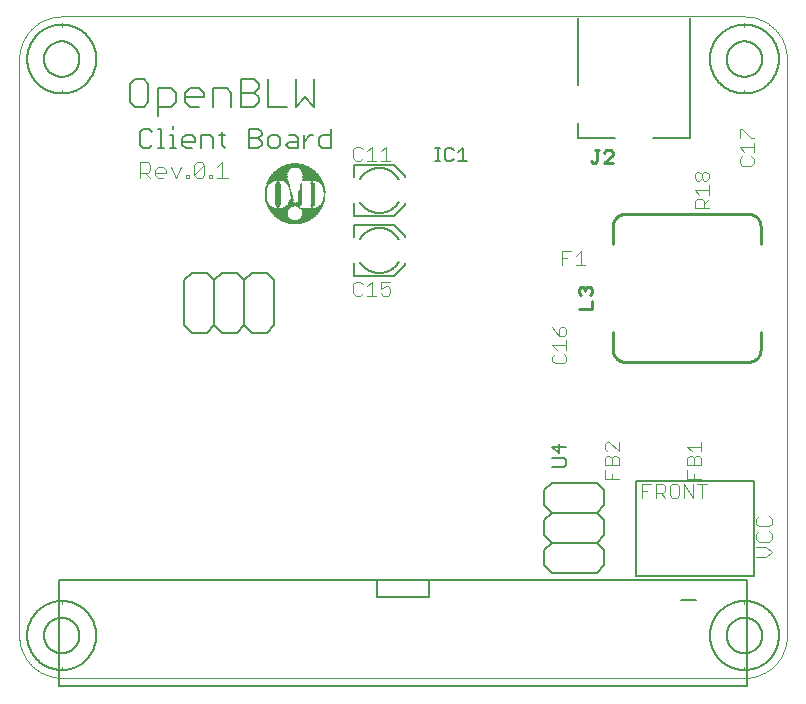
<source format=gto>
G75*
%MOIN*%
%OFA0B0*%
%FSLAX25Y25*%
%IPPOS*%
%LPD*%
%AMOC8*
5,1,8,0,0,1.08239X$1,22.5*
%
%ADD10C,0.00000*%
%ADD11C,0.00800*%
%ADD12C,0.00500*%
%ADD13C,0.00400*%
%ADD14C,0.00200*%
%ADD15C,0.00600*%
%ADD16C,0.01000*%
%ADD17C,0.00900*%
%ADD18R,0.01772X0.00039*%
%ADD19R,0.02480X0.00039*%
%ADD20R,0.03031X0.00039*%
%ADD21R,0.03504X0.00039*%
%ADD22R,0.03976X0.00039*%
%ADD23R,0.04291X0.00039*%
%ADD24R,0.04685X0.00039*%
%ADD25R,0.05000X0.00039*%
%ADD26R,0.05315X0.00039*%
%ADD27R,0.05551X0.00039*%
%ADD28R,0.05866X0.00039*%
%ADD29R,0.06102X0.00039*%
%ADD30R,0.06339X0.00039*%
%ADD31R,0.06575X0.00039*%
%ADD32R,0.06811X0.00039*%
%ADD33R,0.06969X0.00039*%
%ADD34R,0.07205X0.00039*%
%ADD35R,0.07441X0.00039*%
%ADD36R,0.07598X0.00039*%
%ADD37R,0.07756X0.00039*%
%ADD38R,0.07992X0.00039*%
%ADD39R,0.08150X0.00039*%
%ADD40R,0.08307X0.00039*%
%ADD41R,0.08465X0.00039*%
%ADD42R,0.08701X0.00039*%
%ADD43R,0.08858X0.00039*%
%ADD44R,0.09016X0.00039*%
%ADD45R,0.09173X0.00039*%
%ADD46R,0.04134X0.00039*%
%ADD47R,0.03937X0.00039*%
%ADD48R,0.04094X0.00039*%
%ADD49R,0.03898X0.00039*%
%ADD50R,0.04055X0.00039*%
%ADD51R,0.03858X0.00039*%
%ADD52R,0.04016X0.00039*%
%ADD53R,0.03819X0.00039*%
%ADD54R,0.04173X0.00039*%
%ADD55R,0.04213X0.00039*%
%ADD56R,0.04252X0.00039*%
%ADD57R,0.04331X0.00039*%
%ADD58R,0.04409X0.00039*%
%ADD59R,0.04449X0.00039*%
%ADD60R,0.04488X0.00039*%
%ADD61R,0.04370X0.00039*%
%ADD62R,0.04528X0.00039*%
%ADD63R,0.04567X0.00039*%
%ADD64R,0.04606X0.00039*%
%ADD65R,0.04646X0.00039*%
%ADD66R,0.04724X0.00039*%
%ADD67R,0.04764X0.00039*%
%ADD68R,0.04803X0.00039*%
%ADD69R,0.04843X0.00039*%
%ADD70R,0.04882X0.00039*%
%ADD71R,0.04921X0.00039*%
%ADD72R,0.04961X0.00039*%
%ADD73R,0.05039X0.00039*%
%ADD74R,0.05079X0.00039*%
%ADD75R,0.05118X0.00039*%
%ADD76R,0.05157X0.00039*%
%ADD77R,0.05197X0.00039*%
%ADD78R,0.05236X0.00039*%
%ADD79R,0.05276X0.00039*%
%ADD80R,0.05354X0.00039*%
%ADD81R,0.05394X0.00039*%
%ADD82R,0.05433X0.00039*%
%ADD83R,0.05472X0.00039*%
%ADD84R,0.05512X0.00039*%
%ADD85R,0.05591X0.00039*%
%ADD86R,0.05630X0.00039*%
%ADD87R,0.05669X0.00039*%
%ADD88R,0.05709X0.00039*%
%ADD89R,0.05748X0.00039*%
%ADD90R,0.05787X0.00039*%
%ADD91R,0.05827X0.00039*%
%ADD92R,0.05906X0.00039*%
%ADD93R,0.05945X0.00039*%
%ADD94R,0.05984X0.00039*%
%ADD95R,0.06024X0.00039*%
%ADD96R,0.06063X0.00039*%
%ADD97R,0.06142X0.00039*%
%ADD98R,0.06181X0.00039*%
%ADD99R,0.06220X0.00039*%
%ADD100R,0.06260X0.00039*%
%ADD101R,0.06299X0.00039*%
%ADD102R,0.06378X0.00039*%
%ADD103R,0.06457X0.00039*%
%ADD104R,0.06496X0.00039*%
%ADD105R,0.06535X0.00039*%
%ADD106R,0.06614X0.00039*%
%ADD107R,0.06693X0.00039*%
%ADD108R,0.06732X0.00039*%
%ADD109R,0.06654X0.00039*%
%ADD110R,0.02638X0.00039*%
%ADD111R,0.00551X0.00039*%
%ADD112R,0.06850X0.00039*%
%ADD113R,0.02402X0.00039*%
%ADD114R,0.02795X0.00039*%
%ADD115R,0.06890X0.00039*%
%ADD116R,0.02244X0.00039*%
%ADD117R,0.02677X0.00039*%
%ADD118R,0.02087X0.00039*%
%ADD119R,0.02559X0.00039*%
%ADD120R,0.07008X0.00039*%
%ADD121R,0.02008X0.00039*%
%ADD122R,0.02441X0.00039*%
%ADD123R,0.07087X0.00039*%
%ADD124R,0.01850X0.00039*%
%ADD125R,0.02362X0.00039*%
%ADD126R,0.07126X0.00039*%
%ADD127R,0.01811X0.00039*%
%ADD128R,0.02323X0.00039*%
%ADD129R,0.00197X0.00039*%
%ADD130R,0.00591X0.00039*%
%ADD131R,0.02283X0.00039*%
%ADD132R,0.01693X0.00039*%
%ADD133R,0.00118X0.00039*%
%ADD134R,0.02047X0.00039*%
%ADD135R,0.01654X0.00039*%
%ADD136R,0.02205X0.00039*%
%ADD137R,0.01929X0.00039*%
%ADD138R,0.01614X0.00039*%
%ADD139R,0.02165X0.00039*%
%ADD140R,0.01535X0.00039*%
%ADD141R,0.01732X0.00039*%
%ADD142R,0.01496X0.00039*%
%ADD143R,0.00157X0.00039*%
%ADD144R,0.01417X0.00039*%
%ADD145R,0.00236X0.00039*%
%ADD146R,0.01378X0.00039*%
%ADD147R,0.00276X0.00039*%
%ADD148R,0.01575X0.00039*%
%ADD149R,0.01339X0.00039*%
%ADD150R,0.00315X0.00039*%
%ADD151R,0.01299X0.00039*%
%ADD152R,0.00394X0.00039*%
%ADD153R,0.01457X0.00039*%
%ADD154R,0.01220X0.00039*%
%ADD155R,0.00472X0.00039*%
%ADD156R,0.00512X0.00039*%
%ADD157R,0.01181X0.00039*%
%ADD158R,0.01102X0.00039*%
%ADD159R,0.00669X0.00039*%
%ADD160R,0.01260X0.00039*%
%ADD161R,0.00709X0.00039*%
%ADD162R,0.00827X0.00039*%
%ADD163R,0.01063X0.00039*%
%ADD164R,0.00945X0.00039*%
%ADD165R,0.01024X0.00039*%
%ADD166R,0.01142X0.00039*%
%ADD167R,0.00984X0.00039*%
%ADD168R,0.00906X0.00039*%
%ADD169R,0.00866X0.00039*%
%ADD170R,0.00787X0.00039*%
%ADD171R,0.00748X0.00039*%
%ADD172R,0.00630X0.00039*%
%ADD173R,0.00433X0.00039*%
%ADD174R,0.00354X0.00039*%
%ADD175R,0.00079X0.00039*%
%ADD176R,0.01890X0.00039*%
%ADD177R,0.01969X0.00039*%
%ADD178R,0.02126X0.00039*%
%ADD179R,0.02598X0.00039*%
%ADD180R,0.02520X0.00039*%
%ADD181R,0.06417X0.00039*%
%ADD182R,0.09409X0.00039*%
%ADD183R,0.09331X0.00039*%
D10*
X0016773Y0004109D02*
X0244332Y0004109D01*
X0244674Y0004113D01*
X0245017Y0004126D01*
X0245359Y0004146D01*
X0245700Y0004175D01*
X0246040Y0004212D01*
X0246380Y0004258D01*
X0246718Y0004311D01*
X0247055Y0004373D01*
X0247390Y0004443D01*
X0247724Y0004521D01*
X0248055Y0004607D01*
X0248385Y0004701D01*
X0248712Y0004803D01*
X0249036Y0004912D01*
X0249358Y0005030D01*
X0249677Y0005155D01*
X0249992Y0005288D01*
X0250305Y0005429D01*
X0250613Y0005577D01*
X0250919Y0005732D01*
X0251220Y0005895D01*
X0251517Y0006065D01*
X0251810Y0006242D01*
X0252099Y0006427D01*
X0252383Y0006618D01*
X0252663Y0006816D01*
X0252937Y0007020D01*
X0253207Y0007232D01*
X0253471Y0007449D01*
X0253730Y0007673D01*
X0253984Y0007904D01*
X0254232Y0008140D01*
X0254474Y0008382D01*
X0254710Y0008630D01*
X0254941Y0008884D01*
X0255165Y0009143D01*
X0255382Y0009407D01*
X0255594Y0009677D01*
X0255798Y0009951D01*
X0255996Y0010231D01*
X0256187Y0010515D01*
X0256372Y0010804D01*
X0256549Y0011097D01*
X0256719Y0011394D01*
X0256882Y0011695D01*
X0257037Y0012001D01*
X0257185Y0012309D01*
X0257326Y0012622D01*
X0257459Y0012937D01*
X0257584Y0013256D01*
X0257702Y0013578D01*
X0257811Y0013902D01*
X0257913Y0014229D01*
X0258007Y0014559D01*
X0258093Y0014890D01*
X0258171Y0015224D01*
X0258241Y0015559D01*
X0258303Y0015896D01*
X0258356Y0016234D01*
X0258402Y0016574D01*
X0258439Y0016914D01*
X0258468Y0017255D01*
X0258488Y0017597D01*
X0258501Y0017940D01*
X0258505Y0018282D01*
X0258506Y0018282D02*
X0258506Y0210408D01*
X0258505Y0210408D02*
X0258501Y0210750D01*
X0258488Y0211093D01*
X0258468Y0211435D01*
X0258439Y0211776D01*
X0258402Y0212116D01*
X0258356Y0212456D01*
X0258303Y0212794D01*
X0258241Y0213131D01*
X0258171Y0213466D01*
X0258093Y0213800D01*
X0258007Y0214131D01*
X0257913Y0214461D01*
X0257811Y0214788D01*
X0257702Y0215112D01*
X0257584Y0215434D01*
X0257459Y0215753D01*
X0257326Y0216068D01*
X0257185Y0216381D01*
X0257037Y0216689D01*
X0256882Y0216995D01*
X0256719Y0217296D01*
X0256549Y0217593D01*
X0256372Y0217886D01*
X0256187Y0218175D01*
X0255996Y0218459D01*
X0255798Y0218739D01*
X0255594Y0219013D01*
X0255382Y0219283D01*
X0255165Y0219547D01*
X0254941Y0219806D01*
X0254710Y0220060D01*
X0254474Y0220308D01*
X0254232Y0220550D01*
X0253984Y0220786D01*
X0253730Y0221017D01*
X0253471Y0221241D01*
X0253207Y0221458D01*
X0252937Y0221670D01*
X0252663Y0221874D01*
X0252383Y0222072D01*
X0252099Y0222263D01*
X0251810Y0222448D01*
X0251517Y0222625D01*
X0251220Y0222795D01*
X0250919Y0222958D01*
X0250613Y0223113D01*
X0250305Y0223261D01*
X0249992Y0223402D01*
X0249677Y0223535D01*
X0249358Y0223660D01*
X0249036Y0223778D01*
X0248712Y0223887D01*
X0248385Y0223989D01*
X0248055Y0224083D01*
X0247724Y0224169D01*
X0247390Y0224247D01*
X0247055Y0224317D01*
X0246718Y0224379D01*
X0246380Y0224432D01*
X0246040Y0224478D01*
X0245700Y0224515D01*
X0245359Y0224544D01*
X0245017Y0224564D01*
X0244674Y0224577D01*
X0244332Y0224581D01*
X0016773Y0224581D01*
X0016431Y0224577D01*
X0016088Y0224564D01*
X0015746Y0224544D01*
X0015405Y0224515D01*
X0015065Y0224478D01*
X0014725Y0224432D01*
X0014387Y0224379D01*
X0014050Y0224317D01*
X0013715Y0224247D01*
X0013381Y0224169D01*
X0013050Y0224083D01*
X0012720Y0223989D01*
X0012393Y0223887D01*
X0012069Y0223778D01*
X0011747Y0223660D01*
X0011428Y0223535D01*
X0011113Y0223402D01*
X0010800Y0223261D01*
X0010492Y0223113D01*
X0010186Y0222958D01*
X0009885Y0222795D01*
X0009588Y0222625D01*
X0009295Y0222448D01*
X0009006Y0222263D01*
X0008722Y0222072D01*
X0008442Y0221874D01*
X0008168Y0221670D01*
X0007898Y0221458D01*
X0007634Y0221241D01*
X0007375Y0221017D01*
X0007121Y0220786D01*
X0006873Y0220550D01*
X0006631Y0220308D01*
X0006395Y0220060D01*
X0006164Y0219806D01*
X0005940Y0219547D01*
X0005723Y0219283D01*
X0005511Y0219013D01*
X0005307Y0218739D01*
X0005109Y0218459D01*
X0004918Y0218175D01*
X0004733Y0217886D01*
X0004556Y0217593D01*
X0004386Y0217296D01*
X0004223Y0216995D01*
X0004068Y0216689D01*
X0003920Y0216381D01*
X0003779Y0216068D01*
X0003646Y0215753D01*
X0003521Y0215434D01*
X0003403Y0215112D01*
X0003294Y0214788D01*
X0003192Y0214461D01*
X0003098Y0214131D01*
X0003012Y0213800D01*
X0002934Y0213466D01*
X0002864Y0213131D01*
X0002802Y0212794D01*
X0002749Y0212456D01*
X0002703Y0212116D01*
X0002666Y0211776D01*
X0002637Y0211435D01*
X0002617Y0211093D01*
X0002604Y0210750D01*
X0002600Y0210408D01*
X0002600Y0018282D01*
X0002604Y0017940D01*
X0002617Y0017597D01*
X0002637Y0017255D01*
X0002666Y0016914D01*
X0002703Y0016574D01*
X0002749Y0016234D01*
X0002802Y0015896D01*
X0002864Y0015559D01*
X0002934Y0015224D01*
X0003012Y0014890D01*
X0003098Y0014559D01*
X0003192Y0014229D01*
X0003294Y0013902D01*
X0003403Y0013578D01*
X0003521Y0013256D01*
X0003646Y0012937D01*
X0003779Y0012622D01*
X0003920Y0012309D01*
X0004068Y0012001D01*
X0004223Y0011695D01*
X0004386Y0011394D01*
X0004556Y0011097D01*
X0004733Y0010804D01*
X0004918Y0010515D01*
X0005109Y0010231D01*
X0005307Y0009951D01*
X0005511Y0009677D01*
X0005723Y0009407D01*
X0005940Y0009143D01*
X0006164Y0008884D01*
X0006395Y0008630D01*
X0006631Y0008382D01*
X0006873Y0008140D01*
X0007121Y0007904D01*
X0007375Y0007673D01*
X0007634Y0007449D01*
X0007898Y0007232D01*
X0008168Y0007020D01*
X0008442Y0006816D01*
X0008722Y0006618D01*
X0009006Y0006427D01*
X0009295Y0006242D01*
X0009588Y0006065D01*
X0009885Y0005895D01*
X0010186Y0005732D01*
X0010492Y0005577D01*
X0010800Y0005429D01*
X0011113Y0005288D01*
X0011428Y0005155D01*
X0011747Y0005030D01*
X0012069Y0004912D01*
X0012393Y0004803D01*
X0012720Y0004701D01*
X0013050Y0004607D01*
X0013381Y0004521D01*
X0013715Y0004443D01*
X0014050Y0004373D01*
X0014387Y0004311D01*
X0014725Y0004258D01*
X0015065Y0004212D01*
X0015405Y0004175D01*
X0015746Y0004146D01*
X0016088Y0004126D01*
X0016431Y0004113D01*
X0016773Y0004109D01*
D11*
X0015777Y0001400D02*
X0015777Y0036833D01*
X0245305Y0036833D01*
X0245305Y0001794D01*
X0245305Y0001400D02*
X0015777Y0001400D01*
X0010867Y0018282D02*
X0010869Y0018435D01*
X0010875Y0018589D01*
X0010885Y0018742D01*
X0010899Y0018894D01*
X0010917Y0019047D01*
X0010939Y0019198D01*
X0010964Y0019349D01*
X0010994Y0019500D01*
X0011028Y0019650D01*
X0011065Y0019798D01*
X0011106Y0019946D01*
X0011151Y0020092D01*
X0011200Y0020238D01*
X0011253Y0020382D01*
X0011309Y0020524D01*
X0011369Y0020665D01*
X0011433Y0020805D01*
X0011500Y0020943D01*
X0011571Y0021079D01*
X0011646Y0021213D01*
X0011723Y0021345D01*
X0011805Y0021475D01*
X0011889Y0021603D01*
X0011977Y0021729D01*
X0012068Y0021852D01*
X0012162Y0021973D01*
X0012260Y0022091D01*
X0012360Y0022207D01*
X0012464Y0022320D01*
X0012570Y0022431D01*
X0012679Y0022539D01*
X0012791Y0022644D01*
X0012905Y0022745D01*
X0013023Y0022844D01*
X0013142Y0022940D01*
X0013264Y0023033D01*
X0013389Y0023122D01*
X0013516Y0023209D01*
X0013645Y0023291D01*
X0013776Y0023371D01*
X0013909Y0023447D01*
X0014044Y0023520D01*
X0014181Y0023589D01*
X0014320Y0023654D01*
X0014460Y0023716D01*
X0014602Y0023774D01*
X0014745Y0023829D01*
X0014890Y0023880D01*
X0015036Y0023927D01*
X0015183Y0023970D01*
X0015331Y0024009D01*
X0015480Y0024045D01*
X0015630Y0024076D01*
X0015781Y0024104D01*
X0015932Y0024128D01*
X0016085Y0024148D01*
X0016237Y0024164D01*
X0016390Y0024176D01*
X0016543Y0024184D01*
X0016696Y0024188D01*
X0016850Y0024188D01*
X0017003Y0024184D01*
X0017156Y0024176D01*
X0017309Y0024164D01*
X0017461Y0024148D01*
X0017614Y0024128D01*
X0017765Y0024104D01*
X0017916Y0024076D01*
X0018066Y0024045D01*
X0018215Y0024009D01*
X0018363Y0023970D01*
X0018510Y0023927D01*
X0018656Y0023880D01*
X0018801Y0023829D01*
X0018944Y0023774D01*
X0019086Y0023716D01*
X0019226Y0023654D01*
X0019365Y0023589D01*
X0019502Y0023520D01*
X0019637Y0023447D01*
X0019770Y0023371D01*
X0019901Y0023291D01*
X0020030Y0023209D01*
X0020157Y0023122D01*
X0020282Y0023033D01*
X0020404Y0022940D01*
X0020523Y0022844D01*
X0020641Y0022745D01*
X0020755Y0022644D01*
X0020867Y0022539D01*
X0020976Y0022431D01*
X0021082Y0022320D01*
X0021186Y0022207D01*
X0021286Y0022091D01*
X0021384Y0021973D01*
X0021478Y0021852D01*
X0021569Y0021729D01*
X0021657Y0021603D01*
X0021741Y0021475D01*
X0021823Y0021345D01*
X0021900Y0021213D01*
X0021975Y0021079D01*
X0022046Y0020943D01*
X0022113Y0020805D01*
X0022177Y0020665D01*
X0022237Y0020524D01*
X0022293Y0020382D01*
X0022346Y0020238D01*
X0022395Y0020092D01*
X0022440Y0019946D01*
X0022481Y0019798D01*
X0022518Y0019650D01*
X0022552Y0019500D01*
X0022582Y0019349D01*
X0022607Y0019198D01*
X0022629Y0019047D01*
X0022647Y0018894D01*
X0022661Y0018742D01*
X0022671Y0018589D01*
X0022677Y0018435D01*
X0022679Y0018282D01*
X0022677Y0018129D01*
X0022671Y0017975D01*
X0022661Y0017822D01*
X0022647Y0017670D01*
X0022629Y0017517D01*
X0022607Y0017366D01*
X0022582Y0017215D01*
X0022552Y0017064D01*
X0022518Y0016914D01*
X0022481Y0016766D01*
X0022440Y0016618D01*
X0022395Y0016472D01*
X0022346Y0016326D01*
X0022293Y0016182D01*
X0022237Y0016040D01*
X0022177Y0015899D01*
X0022113Y0015759D01*
X0022046Y0015621D01*
X0021975Y0015485D01*
X0021900Y0015351D01*
X0021823Y0015219D01*
X0021741Y0015089D01*
X0021657Y0014961D01*
X0021569Y0014835D01*
X0021478Y0014712D01*
X0021384Y0014591D01*
X0021286Y0014473D01*
X0021186Y0014357D01*
X0021082Y0014244D01*
X0020976Y0014133D01*
X0020867Y0014025D01*
X0020755Y0013920D01*
X0020641Y0013819D01*
X0020523Y0013720D01*
X0020404Y0013624D01*
X0020282Y0013531D01*
X0020157Y0013442D01*
X0020030Y0013355D01*
X0019901Y0013273D01*
X0019770Y0013193D01*
X0019637Y0013117D01*
X0019502Y0013044D01*
X0019365Y0012975D01*
X0019226Y0012910D01*
X0019086Y0012848D01*
X0018944Y0012790D01*
X0018801Y0012735D01*
X0018656Y0012684D01*
X0018510Y0012637D01*
X0018363Y0012594D01*
X0018215Y0012555D01*
X0018066Y0012519D01*
X0017916Y0012488D01*
X0017765Y0012460D01*
X0017614Y0012436D01*
X0017461Y0012416D01*
X0017309Y0012400D01*
X0017156Y0012388D01*
X0017003Y0012380D01*
X0016850Y0012376D01*
X0016696Y0012376D01*
X0016543Y0012380D01*
X0016390Y0012388D01*
X0016237Y0012400D01*
X0016085Y0012416D01*
X0015932Y0012436D01*
X0015781Y0012460D01*
X0015630Y0012488D01*
X0015480Y0012519D01*
X0015331Y0012555D01*
X0015183Y0012594D01*
X0015036Y0012637D01*
X0014890Y0012684D01*
X0014745Y0012735D01*
X0014602Y0012790D01*
X0014460Y0012848D01*
X0014320Y0012910D01*
X0014181Y0012975D01*
X0014044Y0013044D01*
X0013909Y0013117D01*
X0013776Y0013193D01*
X0013645Y0013273D01*
X0013516Y0013355D01*
X0013389Y0013442D01*
X0013264Y0013531D01*
X0013142Y0013624D01*
X0013023Y0013720D01*
X0012905Y0013819D01*
X0012791Y0013920D01*
X0012679Y0014025D01*
X0012570Y0014133D01*
X0012464Y0014244D01*
X0012360Y0014357D01*
X0012260Y0014473D01*
X0012162Y0014591D01*
X0012068Y0014712D01*
X0011977Y0014835D01*
X0011889Y0014961D01*
X0011805Y0015089D01*
X0011723Y0015219D01*
X0011646Y0015351D01*
X0011571Y0015485D01*
X0011500Y0015621D01*
X0011433Y0015759D01*
X0011369Y0015899D01*
X0011309Y0016040D01*
X0011253Y0016182D01*
X0011200Y0016326D01*
X0011151Y0016472D01*
X0011106Y0016618D01*
X0011065Y0016766D01*
X0011028Y0016914D01*
X0010994Y0017064D01*
X0010964Y0017215D01*
X0010939Y0017366D01*
X0010917Y0017517D01*
X0010899Y0017670D01*
X0010885Y0017822D01*
X0010875Y0017975D01*
X0010869Y0018129D01*
X0010867Y0018282D01*
X0121880Y0030928D02*
X0139202Y0030928D01*
X0139202Y0036833D01*
X0121880Y0036833D02*
X0121880Y0030928D01*
X0223041Y0030042D02*
X0228041Y0030042D01*
X0238426Y0018282D02*
X0238428Y0018435D01*
X0238434Y0018589D01*
X0238444Y0018742D01*
X0238458Y0018894D01*
X0238476Y0019047D01*
X0238498Y0019198D01*
X0238523Y0019349D01*
X0238553Y0019500D01*
X0238587Y0019650D01*
X0238624Y0019798D01*
X0238665Y0019946D01*
X0238710Y0020092D01*
X0238759Y0020238D01*
X0238812Y0020382D01*
X0238868Y0020524D01*
X0238928Y0020665D01*
X0238992Y0020805D01*
X0239059Y0020943D01*
X0239130Y0021079D01*
X0239205Y0021213D01*
X0239282Y0021345D01*
X0239364Y0021475D01*
X0239448Y0021603D01*
X0239536Y0021729D01*
X0239627Y0021852D01*
X0239721Y0021973D01*
X0239819Y0022091D01*
X0239919Y0022207D01*
X0240023Y0022320D01*
X0240129Y0022431D01*
X0240238Y0022539D01*
X0240350Y0022644D01*
X0240464Y0022745D01*
X0240582Y0022844D01*
X0240701Y0022940D01*
X0240823Y0023033D01*
X0240948Y0023122D01*
X0241075Y0023209D01*
X0241204Y0023291D01*
X0241335Y0023371D01*
X0241468Y0023447D01*
X0241603Y0023520D01*
X0241740Y0023589D01*
X0241879Y0023654D01*
X0242019Y0023716D01*
X0242161Y0023774D01*
X0242304Y0023829D01*
X0242449Y0023880D01*
X0242595Y0023927D01*
X0242742Y0023970D01*
X0242890Y0024009D01*
X0243039Y0024045D01*
X0243189Y0024076D01*
X0243340Y0024104D01*
X0243491Y0024128D01*
X0243644Y0024148D01*
X0243796Y0024164D01*
X0243949Y0024176D01*
X0244102Y0024184D01*
X0244255Y0024188D01*
X0244409Y0024188D01*
X0244562Y0024184D01*
X0244715Y0024176D01*
X0244868Y0024164D01*
X0245020Y0024148D01*
X0245173Y0024128D01*
X0245324Y0024104D01*
X0245475Y0024076D01*
X0245625Y0024045D01*
X0245774Y0024009D01*
X0245922Y0023970D01*
X0246069Y0023927D01*
X0246215Y0023880D01*
X0246360Y0023829D01*
X0246503Y0023774D01*
X0246645Y0023716D01*
X0246785Y0023654D01*
X0246924Y0023589D01*
X0247061Y0023520D01*
X0247196Y0023447D01*
X0247329Y0023371D01*
X0247460Y0023291D01*
X0247589Y0023209D01*
X0247716Y0023122D01*
X0247841Y0023033D01*
X0247963Y0022940D01*
X0248082Y0022844D01*
X0248200Y0022745D01*
X0248314Y0022644D01*
X0248426Y0022539D01*
X0248535Y0022431D01*
X0248641Y0022320D01*
X0248745Y0022207D01*
X0248845Y0022091D01*
X0248943Y0021973D01*
X0249037Y0021852D01*
X0249128Y0021729D01*
X0249216Y0021603D01*
X0249300Y0021475D01*
X0249382Y0021345D01*
X0249459Y0021213D01*
X0249534Y0021079D01*
X0249605Y0020943D01*
X0249672Y0020805D01*
X0249736Y0020665D01*
X0249796Y0020524D01*
X0249852Y0020382D01*
X0249905Y0020238D01*
X0249954Y0020092D01*
X0249999Y0019946D01*
X0250040Y0019798D01*
X0250077Y0019650D01*
X0250111Y0019500D01*
X0250141Y0019349D01*
X0250166Y0019198D01*
X0250188Y0019047D01*
X0250206Y0018894D01*
X0250220Y0018742D01*
X0250230Y0018589D01*
X0250236Y0018435D01*
X0250238Y0018282D01*
X0250236Y0018129D01*
X0250230Y0017975D01*
X0250220Y0017822D01*
X0250206Y0017670D01*
X0250188Y0017517D01*
X0250166Y0017366D01*
X0250141Y0017215D01*
X0250111Y0017064D01*
X0250077Y0016914D01*
X0250040Y0016766D01*
X0249999Y0016618D01*
X0249954Y0016472D01*
X0249905Y0016326D01*
X0249852Y0016182D01*
X0249796Y0016040D01*
X0249736Y0015899D01*
X0249672Y0015759D01*
X0249605Y0015621D01*
X0249534Y0015485D01*
X0249459Y0015351D01*
X0249382Y0015219D01*
X0249300Y0015089D01*
X0249216Y0014961D01*
X0249128Y0014835D01*
X0249037Y0014712D01*
X0248943Y0014591D01*
X0248845Y0014473D01*
X0248745Y0014357D01*
X0248641Y0014244D01*
X0248535Y0014133D01*
X0248426Y0014025D01*
X0248314Y0013920D01*
X0248200Y0013819D01*
X0248082Y0013720D01*
X0247963Y0013624D01*
X0247841Y0013531D01*
X0247716Y0013442D01*
X0247589Y0013355D01*
X0247460Y0013273D01*
X0247329Y0013193D01*
X0247196Y0013117D01*
X0247061Y0013044D01*
X0246924Y0012975D01*
X0246785Y0012910D01*
X0246645Y0012848D01*
X0246503Y0012790D01*
X0246360Y0012735D01*
X0246215Y0012684D01*
X0246069Y0012637D01*
X0245922Y0012594D01*
X0245774Y0012555D01*
X0245625Y0012519D01*
X0245475Y0012488D01*
X0245324Y0012460D01*
X0245173Y0012436D01*
X0245020Y0012416D01*
X0244868Y0012400D01*
X0244715Y0012388D01*
X0244562Y0012380D01*
X0244409Y0012376D01*
X0244255Y0012376D01*
X0244102Y0012380D01*
X0243949Y0012388D01*
X0243796Y0012400D01*
X0243644Y0012416D01*
X0243491Y0012436D01*
X0243340Y0012460D01*
X0243189Y0012488D01*
X0243039Y0012519D01*
X0242890Y0012555D01*
X0242742Y0012594D01*
X0242595Y0012637D01*
X0242449Y0012684D01*
X0242304Y0012735D01*
X0242161Y0012790D01*
X0242019Y0012848D01*
X0241879Y0012910D01*
X0241740Y0012975D01*
X0241603Y0013044D01*
X0241468Y0013117D01*
X0241335Y0013193D01*
X0241204Y0013273D01*
X0241075Y0013355D01*
X0240948Y0013442D01*
X0240823Y0013531D01*
X0240701Y0013624D01*
X0240582Y0013720D01*
X0240464Y0013819D01*
X0240350Y0013920D01*
X0240238Y0014025D01*
X0240129Y0014133D01*
X0240023Y0014244D01*
X0239919Y0014357D01*
X0239819Y0014473D01*
X0239721Y0014591D01*
X0239627Y0014712D01*
X0239536Y0014835D01*
X0239448Y0014961D01*
X0239364Y0015089D01*
X0239282Y0015219D01*
X0239205Y0015351D01*
X0239130Y0015485D01*
X0239059Y0015621D01*
X0238992Y0015759D01*
X0238928Y0015899D01*
X0238868Y0016040D01*
X0238812Y0016182D01*
X0238759Y0016326D01*
X0238710Y0016472D01*
X0238665Y0016618D01*
X0238624Y0016766D01*
X0238587Y0016914D01*
X0238553Y0017064D01*
X0238523Y0017215D01*
X0238498Y0017366D01*
X0238476Y0017517D01*
X0238458Y0017670D01*
X0238444Y0017822D01*
X0238434Y0017975D01*
X0238428Y0018129D01*
X0238426Y0018282D01*
X0127521Y0138144D02*
X0114135Y0138144D01*
X0114135Y0142278D01*
X0116104Y0150349D02*
X0116197Y0150506D01*
X0116294Y0150661D01*
X0116394Y0150814D01*
X0116499Y0150964D01*
X0116607Y0151111D01*
X0116718Y0151256D01*
X0116833Y0151398D01*
X0116952Y0151537D01*
X0117074Y0151674D01*
X0117199Y0151807D01*
X0117327Y0151937D01*
X0117459Y0152064D01*
X0117593Y0152188D01*
X0117731Y0152308D01*
X0117871Y0152425D01*
X0118014Y0152539D01*
X0118160Y0152649D01*
X0118309Y0152755D01*
X0118460Y0152858D01*
X0118613Y0152957D01*
X0118769Y0153052D01*
X0118928Y0153144D01*
X0119088Y0153231D01*
X0119250Y0153315D01*
X0119415Y0153395D01*
X0119581Y0153470D01*
X0119749Y0153542D01*
X0119919Y0153609D01*
X0120091Y0153673D01*
X0120264Y0153732D01*
X0120438Y0153786D01*
X0120614Y0153837D01*
X0120790Y0153883D01*
X0120968Y0153925D01*
X0121147Y0153963D01*
X0121327Y0153996D01*
X0121507Y0154025D01*
X0121688Y0154049D01*
X0121870Y0154069D01*
X0122052Y0154085D01*
X0122235Y0154096D01*
X0122417Y0154103D01*
X0122600Y0154105D01*
X0122783Y0154103D01*
X0122965Y0154096D01*
X0123148Y0154085D01*
X0123330Y0154069D01*
X0123512Y0154049D01*
X0123693Y0154025D01*
X0123873Y0153996D01*
X0124053Y0153963D01*
X0124232Y0153925D01*
X0124410Y0153883D01*
X0124586Y0153837D01*
X0124762Y0153786D01*
X0124936Y0153732D01*
X0125109Y0153673D01*
X0125281Y0153609D01*
X0125451Y0153542D01*
X0125619Y0153470D01*
X0125785Y0153395D01*
X0125950Y0153315D01*
X0126112Y0153231D01*
X0126272Y0153144D01*
X0126431Y0153052D01*
X0126587Y0152957D01*
X0126740Y0152858D01*
X0126891Y0152755D01*
X0127040Y0152649D01*
X0127186Y0152539D01*
X0127329Y0152425D01*
X0127469Y0152308D01*
X0127607Y0152188D01*
X0127741Y0152064D01*
X0127873Y0151937D01*
X0128001Y0151807D01*
X0128126Y0151674D01*
X0128248Y0151537D01*
X0128367Y0151398D01*
X0128482Y0151256D01*
X0128593Y0151111D01*
X0128701Y0150964D01*
X0128806Y0150814D01*
X0128906Y0150661D01*
X0129003Y0150506D01*
X0129096Y0150349D01*
X0131065Y0150939D02*
X0131065Y0151530D01*
X0127521Y0155073D01*
X0114135Y0155073D01*
X0114135Y0150939D01*
X0114135Y0158144D02*
X0114135Y0162278D01*
X0114135Y0158144D02*
X0127521Y0158144D01*
X0131065Y0161687D01*
X0131065Y0162475D01*
X0131065Y0170939D02*
X0131065Y0171530D01*
X0127521Y0175073D01*
X0114135Y0175073D01*
X0114135Y0170939D01*
X0116104Y0162869D02*
X0116197Y0162712D01*
X0116294Y0162557D01*
X0116394Y0162404D01*
X0116499Y0162254D01*
X0116607Y0162107D01*
X0116718Y0161962D01*
X0116833Y0161820D01*
X0116952Y0161681D01*
X0117074Y0161544D01*
X0117199Y0161411D01*
X0117327Y0161281D01*
X0117459Y0161154D01*
X0117593Y0161030D01*
X0117731Y0160910D01*
X0117871Y0160793D01*
X0118014Y0160679D01*
X0118160Y0160569D01*
X0118309Y0160463D01*
X0118460Y0160360D01*
X0118613Y0160261D01*
X0118769Y0160166D01*
X0118928Y0160074D01*
X0119088Y0159987D01*
X0119250Y0159903D01*
X0119415Y0159823D01*
X0119581Y0159748D01*
X0119749Y0159676D01*
X0119919Y0159609D01*
X0120091Y0159545D01*
X0120264Y0159486D01*
X0120438Y0159432D01*
X0120614Y0159381D01*
X0120790Y0159335D01*
X0120968Y0159293D01*
X0121147Y0159255D01*
X0121327Y0159222D01*
X0121507Y0159193D01*
X0121688Y0159169D01*
X0121870Y0159149D01*
X0122052Y0159133D01*
X0122235Y0159122D01*
X0122417Y0159115D01*
X0122600Y0159113D01*
X0122783Y0159115D01*
X0122965Y0159122D01*
X0123148Y0159133D01*
X0123330Y0159149D01*
X0123512Y0159169D01*
X0123693Y0159193D01*
X0123873Y0159222D01*
X0124053Y0159255D01*
X0124232Y0159293D01*
X0124410Y0159335D01*
X0124586Y0159381D01*
X0124762Y0159432D01*
X0124936Y0159486D01*
X0125109Y0159545D01*
X0125281Y0159609D01*
X0125451Y0159676D01*
X0125619Y0159748D01*
X0125785Y0159823D01*
X0125950Y0159903D01*
X0126112Y0159987D01*
X0126272Y0160074D01*
X0126431Y0160166D01*
X0126587Y0160261D01*
X0126740Y0160360D01*
X0126891Y0160463D01*
X0127040Y0160569D01*
X0127186Y0160679D01*
X0127329Y0160793D01*
X0127469Y0160910D01*
X0127607Y0161030D01*
X0127741Y0161154D01*
X0127873Y0161281D01*
X0128001Y0161411D01*
X0128126Y0161544D01*
X0128248Y0161681D01*
X0128367Y0161820D01*
X0128482Y0161962D01*
X0128593Y0162107D01*
X0128701Y0162254D01*
X0128806Y0162404D01*
X0128906Y0162557D01*
X0129003Y0162712D01*
X0129096Y0162869D01*
X0129096Y0170349D02*
X0129003Y0170506D01*
X0128906Y0170661D01*
X0128806Y0170814D01*
X0128701Y0170964D01*
X0128593Y0171111D01*
X0128482Y0171256D01*
X0128367Y0171398D01*
X0128248Y0171537D01*
X0128126Y0171674D01*
X0128001Y0171807D01*
X0127873Y0171937D01*
X0127741Y0172064D01*
X0127607Y0172188D01*
X0127469Y0172308D01*
X0127329Y0172425D01*
X0127186Y0172539D01*
X0127040Y0172649D01*
X0126891Y0172755D01*
X0126740Y0172858D01*
X0126587Y0172957D01*
X0126431Y0173052D01*
X0126272Y0173144D01*
X0126112Y0173231D01*
X0125950Y0173315D01*
X0125785Y0173395D01*
X0125619Y0173470D01*
X0125451Y0173542D01*
X0125281Y0173609D01*
X0125109Y0173673D01*
X0124936Y0173732D01*
X0124762Y0173786D01*
X0124586Y0173837D01*
X0124410Y0173883D01*
X0124232Y0173925D01*
X0124053Y0173963D01*
X0123873Y0173996D01*
X0123693Y0174025D01*
X0123512Y0174049D01*
X0123330Y0174069D01*
X0123148Y0174085D01*
X0122965Y0174096D01*
X0122783Y0174103D01*
X0122600Y0174105D01*
X0122417Y0174103D01*
X0122235Y0174096D01*
X0122052Y0174085D01*
X0121870Y0174069D01*
X0121688Y0174049D01*
X0121507Y0174025D01*
X0121327Y0173996D01*
X0121147Y0173963D01*
X0120968Y0173925D01*
X0120790Y0173883D01*
X0120614Y0173837D01*
X0120438Y0173786D01*
X0120264Y0173732D01*
X0120091Y0173673D01*
X0119919Y0173609D01*
X0119749Y0173542D01*
X0119581Y0173470D01*
X0119415Y0173395D01*
X0119250Y0173315D01*
X0119088Y0173231D01*
X0118928Y0173144D01*
X0118769Y0173052D01*
X0118613Y0172957D01*
X0118460Y0172858D01*
X0118309Y0172755D01*
X0118160Y0172649D01*
X0118014Y0172539D01*
X0117871Y0172425D01*
X0117731Y0172308D01*
X0117593Y0172188D01*
X0117459Y0172064D01*
X0117327Y0171937D01*
X0117199Y0171807D01*
X0117074Y0171674D01*
X0116952Y0171537D01*
X0116833Y0171398D01*
X0116718Y0171256D01*
X0116607Y0171111D01*
X0116499Y0170964D01*
X0116394Y0170814D01*
X0116294Y0170661D01*
X0116197Y0170506D01*
X0116104Y0170349D01*
X0116104Y0142869D02*
X0116197Y0142712D01*
X0116294Y0142557D01*
X0116394Y0142404D01*
X0116499Y0142254D01*
X0116607Y0142107D01*
X0116718Y0141962D01*
X0116833Y0141820D01*
X0116952Y0141681D01*
X0117074Y0141544D01*
X0117199Y0141411D01*
X0117327Y0141281D01*
X0117459Y0141154D01*
X0117593Y0141030D01*
X0117731Y0140910D01*
X0117871Y0140793D01*
X0118014Y0140679D01*
X0118160Y0140569D01*
X0118309Y0140463D01*
X0118460Y0140360D01*
X0118613Y0140261D01*
X0118769Y0140166D01*
X0118928Y0140074D01*
X0119088Y0139987D01*
X0119250Y0139903D01*
X0119415Y0139823D01*
X0119581Y0139748D01*
X0119749Y0139676D01*
X0119919Y0139609D01*
X0120091Y0139545D01*
X0120264Y0139486D01*
X0120438Y0139432D01*
X0120614Y0139381D01*
X0120790Y0139335D01*
X0120968Y0139293D01*
X0121147Y0139255D01*
X0121327Y0139222D01*
X0121507Y0139193D01*
X0121688Y0139169D01*
X0121870Y0139149D01*
X0122052Y0139133D01*
X0122235Y0139122D01*
X0122417Y0139115D01*
X0122600Y0139113D01*
X0122783Y0139115D01*
X0122965Y0139122D01*
X0123148Y0139133D01*
X0123330Y0139149D01*
X0123512Y0139169D01*
X0123693Y0139193D01*
X0123873Y0139222D01*
X0124053Y0139255D01*
X0124232Y0139293D01*
X0124410Y0139335D01*
X0124586Y0139381D01*
X0124762Y0139432D01*
X0124936Y0139486D01*
X0125109Y0139545D01*
X0125281Y0139609D01*
X0125451Y0139676D01*
X0125619Y0139748D01*
X0125785Y0139823D01*
X0125950Y0139903D01*
X0126112Y0139987D01*
X0126272Y0140074D01*
X0126431Y0140166D01*
X0126587Y0140261D01*
X0126740Y0140360D01*
X0126891Y0140463D01*
X0127040Y0140569D01*
X0127186Y0140679D01*
X0127329Y0140793D01*
X0127469Y0140910D01*
X0127607Y0141030D01*
X0127741Y0141154D01*
X0127873Y0141281D01*
X0128001Y0141411D01*
X0128126Y0141544D01*
X0128248Y0141681D01*
X0128367Y0141820D01*
X0128482Y0141962D01*
X0128593Y0142107D01*
X0128701Y0142254D01*
X0128806Y0142404D01*
X0128906Y0142557D01*
X0129003Y0142712D01*
X0129096Y0142869D01*
X0131065Y0142475D02*
X0131065Y0141687D01*
X0127521Y0138144D01*
X0100931Y0194509D02*
X0100931Y0203717D01*
X0094792Y0203717D02*
X0094792Y0194509D01*
X0097861Y0197578D01*
X0100931Y0194509D01*
X0091723Y0194509D02*
X0085584Y0194509D01*
X0085584Y0203717D01*
X0082515Y0202182D02*
X0082515Y0200647D01*
X0080980Y0199113D01*
X0076376Y0199113D01*
X0073307Y0199113D02*
X0073307Y0194509D01*
X0076376Y0194509D02*
X0080980Y0194509D01*
X0082515Y0196043D01*
X0082515Y0197578D01*
X0080980Y0199113D01*
X0082515Y0202182D02*
X0080980Y0203717D01*
X0076376Y0203717D01*
X0076376Y0194509D01*
X0073307Y0199113D02*
X0071772Y0200647D01*
X0067169Y0200647D01*
X0067169Y0194509D01*
X0064099Y0197578D02*
X0057961Y0197578D01*
X0057961Y0196043D02*
X0057961Y0199113D01*
X0059495Y0200647D01*
X0062565Y0200647D01*
X0064099Y0199113D01*
X0064099Y0197578D01*
X0062565Y0194509D02*
X0059495Y0194509D01*
X0057961Y0196043D01*
X0054891Y0196043D02*
X0053357Y0194509D01*
X0048753Y0194509D01*
X0048753Y0191439D02*
X0048753Y0200647D01*
X0053357Y0200647D01*
X0054891Y0199113D01*
X0054891Y0196043D01*
X0045683Y0196043D02*
X0045683Y0202182D01*
X0044149Y0203717D01*
X0041080Y0203717D01*
X0039545Y0202182D01*
X0039545Y0196043D01*
X0041080Y0194509D01*
X0044149Y0194509D01*
X0045683Y0196043D01*
X0010867Y0210408D02*
X0010869Y0210561D01*
X0010875Y0210715D01*
X0010885Y0210868D01*
X0010899Y0211020D01*
X0010917Y0211173D01*
X0010939Y0211324D01*
X0010964Y0211475D01*
X0010994Y0211626D01*
X0011028Y0211776D01*
X0011065Y0211924D01*
X0011106Y0212072D01*
X0011151Y0212218D01*
X0011200Y0212364D01*
X0011253Y0212508D01*
X0011309Y0212650D01*
X0011369Y0212791D01*
X0011433Y0212931D01*
X0011500Y0213069D01*
X0011571Y0213205D01*
X0011646Y0213339D01*
X0011723Y0213471D01*
X0011805Y0213601D01*
X0011889Y0213729D01*
X0011977Y0213855D01*
X0012068Y0213978D01*
X0012162Y0214099D01*
X0012260Y0214217D01*
X0012360Y0214333D01*
X0012464Y0214446D01*
X0012570Y0214557D01*
X0012679Y0214665D01*
X0012791Y0214770D01*
X0012905Y0214871D01*
X0013023Y0214970D01*
X0013142Y0215066D01*
X0013264Y0215159D01*
X0013389Y0215248D01*
X0013516Y0215335D01*
X0013645Y0215417D01*
X0013776Y0215497D01*
X0013909Y0215573D01*
X0014044Y0215646D01*
X0014181Y0215715D01*
X0014320Y0215780D01*
X0014460Y0215842D01*
X0014602Y0215900D01*
X0014745Y0215955D01*
X0014890Y0216006D01*
X0015036Y0216053D01*
X0015183Y0216096D01*
X0015331Y0216135D01*
X0015480Y0216171D01*
X0015630Y0216202D01*
X0015781Y0216230D01*
X0015932Y0216254D01*
X0016085Y0216274D01*
X0016237Y0216290D01*
X0016390Y0216302D01*
X0016543Y0216310D01*
X0016696Y0216314D01*
X0016850Y0216314D01*
X0017003Y0216310D01*
X0017156Y0216302D01*
X0017309Y0216290D01*
X0017461Y0216274D01*
X0017614Y0216254D01*
X0017765Y0216230D01*
X0017916Y0216202D01*
X0018066Y0216171D01*
X0018215Y0216135D01*
X0018363Y0216096D01*
X0018510Y0216053D01*
X0018656Y0216006D01*
X0018801Y0215955D01*
X0018944Y0215900D01*
X0019086Y0215842D01*
X0019226Y0215780D01*
X0019365Y0215715D01*
X0019502Y0215646D01*
X0019637Y0215573D01*
X0019770Y0215497D01*
X0019901Y0215417D01*
X0020030Y0215335D01*
X0020157Y0215248D01*
X0020282Y0215159D01*
X0020404Y0215066D01*
X0020523Y0214970D01*
X0020641Y0214871D01*
X0020755Y0214770D01*
X0020867Y0214665D01*
X0020976Y0214557D01*
X0021082Y0214446D01*
X0021186Y0214333D01*
X0021286Y0214217D01*
X0021384Y0214099D01*
X0021478Y0213978D01*
X0021569Y0213855D01*
X0021657Y0213729D01*
X0021741Y0213601D01*
X0021823Y0213471D01*
X0021900Y0213339D01*
X0021975Y0213205D01*
X0022046Y0213069D01*
X0022113Y0212931D01*
X0022177Y0212791D01*
X0022237Y0212650D01*
X0022293Y0212508D01*
X0022346Y0212364D01*
X0022395Y0212218D01*
X0022440Y0212072D01*
X0022481Y0211924D01*
X0022518Y0211776D01*
X0022552Y0211626D01*
X0022582Y0211475D01*
X0022607Y0211324D01*
X0022629Y0211173D01*
X0022647Y0211020D01*
X0022661Y0210868D01*
X0022671Y0210715D01*
X0022677Y0210561D01*
X0022679Y0210408D01*
X0022677Y0210255D01*
X0022671Y0210101D01*
X0022661Y0209948D01*
X0022647Y0209796D01*
X0022629Y0209643D01*
X0022607Y0209492D01*
X0022582Y0209341D01*
X0022552Y0209190D01*
X0022518Y0209040D01*
X0022481Y0208892D01*
X0022440Y0208744D01*
X0022395Y0208598D01*
X0022346Y0208452D01*
X0022293Y0208308D01*
X0022237Y0208166D01*
X0022177Y0208025D01*
X0022113Y0207885D01*
X0022046Y0207747D01*
X0021975Y0207611D01*
X0021900Y0207477D01*
X0021823Y0207345D01*
X0021741Y0207215D01*
X0021657Y0207087D01*
X0021569Y0206961D01*
X0021478Y0206838D01*
X0021384Y0206717D01*
X0021286Y0206599D01*
X0021186Y0206483D01*
X0021082Y0206370D01*
X0020976Y0206259D01*
X0020867Y0206151D01*
X0020755Y0206046D01*
X0020641Y0205945D01*
X0020523Y0205846D01*
X0020404Y0205750D01*
X0020282Y0205657D01*
X0020157Y0205568D01*
X0020030Y0205481D01*
X0019901Y0205399D01*
X0019770Y0205319D01*
X0019637Y0205243D01*
X0019502Y0205170D01*
X0019365Y0205101D01*
X0019226Y0205036D01*
X0019086Y0204974D01*
X0018944Y0204916D01*
X0018801Y0204861D01*
X0018656Y0204810D01*
X0018510Y0204763D01*
X0018363Y0204720D01*
X0018215Y0204681D01*
X0018066Y0204645D01*
X0017916Y0204614D01*
X0017765Y0204586D01*
X0017614Y0204562D01*
X0017461Y0204542D01*
X0017309Y0204526D01*
X0017156Y0204514D01*
X0017003Y0204506D01*
X0016850Y0204502D01*
X0016696Y0204502D01*
X0016543Y0204506D01*
X0016390Y0204514D01*
X0016237Y0204526D01*
X0016085Y0204542D01*
X0015932Y0204562D01*
X0015781Y0204586D01*
X0015630Y0204614D01*
X0015480Y0204645D01*
X0015331Y0204681D01*
X0015183Y0204720D01*
X0015036Y0204763D01*
X0014890Y0204810D01*
X0014745Y0204861D01*
X0014602Y0204916D01*
X0014460Y0204974D01*
X0014320Y0205036D01*
X0014181Y0205101D01*
X0014044Y0205170D01*
X0013909Y0205243D01*
X0013776Y0205319D01*
X0013645Y0205399D01*
X0013516Y0205481D01*
X0013389Y0205568D01*
X0013264Y0205657D01*
X0013142Y0205750D01*
X0013023Y0205846D01*
X0012905Y0205945D01*
X0012791Y0206046D01*
X0012679Y0206151D01*
X0012570Y0206259D01*
X0012464Y0206370D01*
X0012360Y0206483D01*
X0012260Y0206599D01*
X0012162Y0206717D01*
X0012068Y0206838D01*
X0011977Y0206961D01*
X0011889Y0207087D01*
X0011805Y0207215D01*
X0011723Y0207345D01*
X0011646Y0207477D01*
X0011571Y0207611D01*
X0011500Y0207747D01*
X0011433Y0207885D01*
X0011369Y0208025D01*
X0011309Y0208166D01*
X0011253Y0208308D01*
X0011200Y0208452D01*
X0011151Y0208598D01*
X0011106Y0208744D01*
X0011065Y0208892D01*
X0011028Y0209040D01*
X0010994Y0209190D01*
X0010964Y0209341D01*
X0010939Y0209492D01*
X0010917Y0209643D01*
X0010899Y0209796D01*
X0010885Y0209948D01*
X0010875Y0210101D01*
X0010869Y0210255D01*
X0010867Y0210408D01*
X0188850Y0201609D02*
X0188850Y0224109D01*
X0188850Y0189109D02*
X0188850Y0184109D01*
X0201350Y0184109D01*
X0213850Y0184109D02*
X0226350Y0184109D01*
X0226350Y0224109D01*
X0238426Y0210408D02*
X0238428Y0210561D01*
X0238434Y0210715D01*
X0238444Y0210868D01*
X0238458Y0211020D01*
X0238476Y0211173D01*
X0238498Y0211324D01*
X0238523Y0211475D01*
X0238553Y0211626D01*
X0238587Y0211776D01*
X0238624Y0211924D01*
X0238665Y0212072D01*
X0238710Y0212218D01*
X0238759Y0212364D01*
X0238812Y0212508D01*
X0238868Y0212650D01*
X0238928Y0212791D01*
X0238992Y0212931D01*
X0239059Y0213069D01*
X0239130Y0213205D01*
X0239205Y0213339D01*
X0239282Y0213471D01*
X0239364Y0213601D01*
X0239448Y0213729D01*
X0239536Y0213855D01*
X0239627Y0213978D01*
X0239721Y0214099D01*
X0239819Y0214217D01*
X0239919Y0214333D01*
X0240023Y0214446D01*
X0240129Y0214557D01*
X0240238Y0214665D01*
X0240350Y0214770D01*
X0240464Y0214871D01*
X0240582Y0214970D01*
X0240701Y0215066D01*
X0240823Y0215159D01*
X0240948Y0215248D01*
X0241075Y0215335D01*
X0241204Y0215417D01*
X0241335Y0215497D01*
X0241468Y0215573D01*
X0241603Y0215646D01*
X0241740Y0215715D01*
X0241879Y0215780D01*
X0242019Y0215842D01*
X0242161Y0215900D01*
X0242304Y0215955D01*
X0242449Y0216006D01*
X0242595Y0216053D01*
X0242742Y0216096D01*
X0242890Y0216135D01*
X0243039Y0216171D01*
X0243189Y0216202D01*
X0243340Y0216230D01*
X0243491Y0216254D01*
X0243644Y0216274D01*
X0243796Y0216290D01*
X0243949Y0216302D01*
X0244102Y0216310D01*
X0244255Y0216314D01*
X0244409Y0216314D01*
X0244562Y0216310D01*
X0244715Y0216302D01*
X0244868Y0216290D01*
X0245020Y0216274D01*
X0245173Y0216254D01*
X0245324Y0216230D01*
X0245475Y0216202D01*
X0245625Y0216171D01*
X0245774Y0216135D01*
X0245922Y0216096D01*
X0246069Y0216053D01*
X0246215Y0216006D01*
X0246360Y0215955D01*
X0246503Y0215900D01*
X0246645Y0215842D01*
X0246785Y0215780D01*
X0246924Y0215715D01*
X0247061Y0215646D01*
X0247196Y0215573D01*
X0247329Y0215497D01*
X0247460Y0215417D01*
X0247589Y0215335D01*
X0247716Y0215248D01*
X0247841Y0215159D01*
X0247963Y0215066D01*
X0248082Y0214970D01*
X0248200Y0214871D01*
X0248314Y0214770D01*
X0248426Y0214665D01*
X0248535Y0214557D01*
X0248641Y0214446D01*
X0248745Y0214333D01*
X0248845Y0214217D01*
X0248943Y0214099D01*
X0249037Y0213978D01*
X0249128Y0213855D01*
X0249216Y0213729D01*
X0249300Y0213601D01*
X0249382Y0213471D01*
X0249459Y0213339D01*
X0249534Y0213205D01*
X0249605Y0213069D01*
X0249672Y0212931D01*
X0249736Y0212791D01*
X0249796Y0212650D01*
X0249852Y0212508D01*
X0249905Y0212364D01*
X0249954Y0212218D01*
X0249999Y0212072D01*
X0250040Y0211924D01*
X0250077Y0211776D01*
X0250111Y0211626D01*
X0250141Y0211475D01*
X0250166Y0211324D01*
X0250188Y0211173D01*
X0250206Y0211020D01*
X0250220Y0210868D01*
X0250230Y0210715D01*
X0250236Y0210561D01*
X0250238Y0210408D01*
X0250236Y0210255D01*
X0250230Y0210101D01*
X0250220Y0209948D01*
X0250206Y0209796D01*
X0250188Y0209643D01*
X0250166Y0209492D01*
X0250141Y0209341D01*
X0250111Y0209190D01*
X0250077Y0209040D01*
X0250040Y0208892D01*
X0249999Y0208744D01*
X0249954Y0208598D01*
X0249905Y0208452D01*
X0249852Y0208308D01*
X0249796Y0208166D01*
X0249736Y0208025D01*
X0249672Y0207885D01*
X0249605Y0207747D01*
X0249534Y0207611D01*
X0249459Y0207477D01*
X0249382Y0207345D01*
X0249300Y0207215D01*
X0249216Y0207087D01*
X0249128Y0206961D01*
X0249037Y0206838D01*
X0248943Y0206717D01*
X0248845Y0206599D01*
X0248745Y0206483D01*
X0248641Y0206370D01*
X0248535Y0206259D01*
X0248426Y0206151D01*
X0248314Y0206046D01*
X0248200Y0205945D01*
X0248082Y0205846D01*
X0247963Y0205750D01*
X0247841Y0205657D01*
X0247716Y0205568D01*
X0247589Y0205481D01*
X0247460Y0205399D01*
X0247329Y0205319D01*
X0247196Y0205243D01*
X0247061Y0205170D01*
X0246924Y0205101D01*
X0246785Y0205036D01*
X0246645Y0204974D01*
X0246503Y0204916D01*
X0246360Y0204861D01*
X0246215Y0204810D01*
X0246069Y0204763D01*
X0245922Y0204720D01*
X0245774Y0204681D01*
X0245625Y0204645D01*
X0245475Y0204614D01*
X0245324Y0204586D01*
X0245173Y0204562D01*
X0245020Y0204542D01*
X0244868Y0204526D01*
X0244715Y0204514D01*
X0244562Y0204506D01*
X0244409Y0204502D01*
X0244255Y0204502D01*
X0244102Y0204506D01*
X0243949Y0204514D01*
X0243796Y0204526D01*
X0243644Y0204542D01*
X0243491Y0204562D01*
X0243340Y0204586D01*
X0243189Y0204614D01*
X0243039Y0204645D01*
X0242890Y0204681D01*
X0242742Y0204720D01*
X0242595Y0204763D01*
X0242449Y0204810D01*
X0242304Y0204861D01*
X0242161Y0204916D01*
X0242019Y0204974D01*
X0241879Y0205036D01*
X0241740Y0205101D01*
X0241603Y0205170D01*
X0241468Y0205243D01*
X0241335Y0205319D01*
X0241204Y0205399D01*
X0241075Y0205481D01*
X0240948Y0205568D01*
X0240823Y0205657D01*
X0240701Y0205750D01*
X0240582Y0205846D01*
X0240464Y0205945D01*
X0240350Y0206046D01*
X0240238Y0206151D01*
X0240129Y0206259D01*
X0240023Y0206370D01*
X0239919Y0206483D01*
X0239819Y0206599D01*
X0239721Y0206717D01*
X0239627Y0206838D01*
X0239536Y0206961D01*
X0239448Y0207087D01*
X0239364Y0207215D01*
X0239282Y0207345D01*
X0239205Y0207477D01*
X0239130Y0207611D01*
X0239059Y0207747D01*
X0238992Y0207885D01*
X0238928Y0208025D01*
X0238868Y0208166D01*
X0238812Y0208308D01*
X0238759Y0208452D01*
X0238710Y0208598D01*
X0238665Y0208744D01*
X0238624Y0208892D01*
X0238587Y0209040D01*
X0238553Y0209190D01*
X0238523Y0209341D01*
X0238498Y0209492D01*
X0238476Y0209643D01*
X0238458Y0209796D01*
X0238444Y0209948D01*
X0238434Y0210101D01*
X0238428Y0210255D01*
X0238426Y0210408D01*
D12*
X0152026Y0176359D02*
X0149023Y0176359D01*
X0150524Y0176359D02*
X0150524Y0180862D01*
X0149023Y0179361D01*
X0147422Y0180112D02*
X0146671Y0180862D01*
X0145170Y0180862D01*
X0144419Y0180112D01*
X0144419Y0177109D01*
X0145170Y0176359D01*
X0146671Y0176359D01*
X0147422Y0177109D01*
X0142851Y0176359D02*
X0141350Y0176359D01*
X0142101Y0176359D02*
X0142101Y0180862D01*
X0142851Y0180862D02*
X0141350Y0180862D01*
X0106679Y0180859D02*
X0103627Y0180859D01*
X0102609Y0181876D01*
X0102609Y0183911D01*
X0103627Y0184929D01*
X0106679Y0184929D01*
X0106679Y0186964D02*
X0106679Y0180859D01*
X0100597Y0184929D02*
X0099580Y0184929D01*
X0097545Y0182894D01*
X0095538Y0182894D02*
X0092485Y0182894D01*
X0091467Y0181876D01*
X0092485Y0180859D01*
X0095538Y0180859D01*
X0095538Y0183911D01*
X0094520Y0184929D01*
X0092485Y0184929D01*
X0089460Y0183911D02*
X0088443Y0184929D01*
X0086408Y0184929D01*
X0085390Y0183911D01*
X0085390Y0181876D01*
X0086408Y0180859D01*
X0088443Y0180859D01*
X0089460Y0181876D01*
X0089460Y0183911D01*
X0083383Y0182894D02*
X0083383Y0181876D01*
X0082366Y0180859D01*
X0079313Y0180859D01*
X0079313Y0186964D01*
X0082366Y0186964D01*
X0083383Y0185946D01*
X0083383Y0184929D01*
X0082366Y0183911D01*
X0079313Y0183911D01*
X0082366Y0183911D02*
X0083383Y0182894D01*
X0071220Y0184929D02*
X0069184Y0184929D01*
X0070202Y0185946D02*
X0070202Y0181876D01*
X0071220Y0180859D01*
X0067177Y0180859D02*
X0067177Y0183911D01*
X0066160Y0184929D01*
X0063107Y0184929D01*
X0063107Y0180859D01*
X0061100Y0182894D02*
X0057030Y0182894D01*
X0057030Y0183911D02*
X0058048Y0184929D01*
X0060083Y0184929D01*
X0061100Y0183911D01*
X0061100Y0182894D01*
X0060083Y0180859D02*
X0058048Y0180859D01*
X0057030Y0181876D01*
X0057030Y0183911D01*
X0053996Y0184929D02*
X0053996Y0180859D01*
X0052979Y0180859D02*
X0055014Y0180859D01*
X0050962Y0180859D02*
X0048927Y0180859D01*
X0049945Y0180859D02*
X0049945Y0186964D01*
X0048927Y0186964D01*
X0046920Y0185946D02*
X0045903Y0186964D01*
X0043868Y0186964D01*
X0042850Y0185946D01*
X0042850Y0181876D01*
X0043868Y0180859D01*
X0045903Y0180859D01*
X0046920Y0181876D01*
X0052979Y0184929D02*
X0053996Y0184929D01*
X0053996Y0186964D02*
X0053996Y0187981D01*
X0097545Y0184929D02*
X0097545Y0180859D01*
X0182598Y0081965D02*
X0182598Y0078963D01*
X0180346Y0081215D01*
X0184850Y0081215D01*
X0184099Y0077361D02*
X0180346Y0077361D01*
X0180346Y0074359D02*
X0184099Y0074359D01*
X0184850Y0075109D01*
X0184850Y0076611D01*
X0184099Y0077361D01*
X0208072Y0069857D02*
X0247443Y0069857D01*
X0247443Y0037967D01*
X0208072Y0037967D01*
X0208072Y0069857D01*
D13*
X0210241Y0068755D02*
X0213310Y0068755D01*
X0214845Y0068755D02*
X0217147Y0068755D01*
X0217914Y0067988D01*
X0217914Y0066453D01*
X0217147Y0065686D01*
X0214845Y0065686D01*
X0216380Y0065686D02*
X0217914Y0064151D01*
X0219449Y0064918D02*
X0220216Y0064151D01*
X0221751Y0064151D01*
X0222518Y0064918D01*
X0222518Y0067988D01*
X0221751Y0068755D01*
X0220216Y0068755D01*
X0219449Y0067988D01*
X0219449Y0064918D01*
X0224053Y0064151D02*
X0224053Y0068755D01*
X0227122Y0064151D01*
X0227122Y0068755D01*
X0228657Y0068755D02*
X0231726Y0068755D01*
X0230191Y0068755D02*
X0230191Y0064151D01*
X0229900Y0070497D02*
X0225296Y0070497D01*
X0225296Y0073566D01*
X0225296Y0075101D02*
X0225296Y0077403D01*
X0226063Y0078170D01*
X0226831Y0078170D01*
X0227598Y0077403D01*
X0227598Y0075101D01*
X0227598Y0077403D02*
X0228365Y0078170D01*
X0229133Y0078170D01*
X0229900Y0077403D01*
X0229900Y0075101D01*
X0225296Y0075101D01*
X0227598Y0072031D02*
X0227598Y0070497D01*
X0226831Y0079705D02*
X0225296Y0081239D01*
X0229900Y0081239D01*
X0229900Y0079705D02*
X0229900Y0082774D01*
X0214845Y0068755D02*
X0214845Y0064151D01*
X0211776Y0066453D02*
X0210241Y0066453D01*
X0210241Y0064151D02*
X0210241Y0068755D01*
X0202400Y0070497D02*
X0197796Y0070497D01*
X0197796Y0073566D01*
X0197796Y0075101D02*
X0197796Y0077403D01*
X0198563Y0078170D01*
X0199331Y0078170D01*
X0200098Y0077403D01*
X0200098Y0075101D01*
X0200098Y0077403D02*
X0200865Y0078170D01*
X0201633Y0078170D01*
X0202400Y0077403D01*
X0202400Y0075101D01*
X0197796Y0075101D01*
X0200098Y0072031D02*
X0200098Y0070497D01*
X0198563Y0079705D02*
X0197796Y0080472D01*
X0197796Y0082007D01*
X0198563Y0082774D01*
X0199331Y0082774D01*
X0202400Y0079705D01*
X0202400Y0082774D01*
X0184133Y0108922D02*
X0181063Y0108922D01*
X0180296Y0109689D01*
X0180296Y0111224D01*
X0181063Y0111991D01*
X0181831Y0113526D02*
X0180296Y0115061D01*
X0184900Y0115061D01*
X0184900Y0116595D02*
X0184900Y0113526D01*
X0184133Y0111991D02*
X0184900Y0111224D01*
X0184900Y0109689D01*
X0184133Y0108922D01*
X0184133Y0118130D02*
X0182598Y0118130D01*
X0182598Y0120432D01*
X0183365Y0121199D01*
X0184133Y0121199D01*
X0184900Y0120432D01*
X0184900Y0118897D01*
X0184133Y0118130D01*
X0182598Y0118130D02*
X0181063Y0119665D01*
X0180296Y0121199D01*
X0183592Y0141809D02*
X0183592Y0146413D01*
X0186661Y0146413D01*
X0188196Y0144878D02*
X0189731Y0146413D01*
X0189731Y0141809D01*
X0191265Y0141809D02*
X0188196Y0141809D01*
X0185127Y0144111D02*
X0183592Y0144111D01*
X0227796Y0160628D02*
X0227796Y0162930D01*
X0228563Y0163697D01*
X0230098Y0163697D01*
X0230865Y0162930D01*
X0230865Y0160628D01*
X0230865Y0162162D02*
X0232400Y0163697D01*
X0232400Y0165231D02*
X0232400Y0168301D01*
X0232400Y0166766D02*
X0227796Y0166766D01*
X0229331Y0165231D01*
X0229331Y0169835D02*
X0228563Y0169835D01*
X0227796Y0170603D01*
X0227796Y0172137D01*
X0228563Y0172905D01*
X0229331Y0172905D01*
X0230098Y0172137D01*
X0230098Y0170603D01*
X0229331Y0169835D01*
X0230098Y0170603D02*
X0230865Y0169835D01*
X0231633Y0169835D01*
X0232400Y0170603D01*
X0232400Y0172137D01*
X0231633Y0172905D01*
X0230865Y0172905D01*
X0230098Y0172137D01*
X0232400Y0160628D02*
X0227796Y0160628D01*
X0242796Y0175607D02*
X0243563Y0174840D01*
X0246633Y0174840D01*
X0247400Y0175607D01*
X0247400Y0177142D01*
X0246633Y0177909D01*
X0247400Y0179444D02*
X0247400Y0182513D01*
X0247400Y0180979D02*
X0242796Y0180979D01*
X0244331Y0179444D01*
X0243563Y0177909D02*
X0242796Y0177142D01*
X0242796Y0175607D01*
X0242796Y0184048D02*
X0242796Y0187117D01*
X0243563Y0187117D01*
X0246633Y0184048D01*
X0247400Y0184048D01*
X0126258Y0176572D02*
X0123189Y0176572D01*
X0124724Y0176572D02*
X0124724Y0181176D01*
X0123189Y0179642D01*
X0120120Y0181176D02*
X0120120Y0176572D01*
X0121654Y0176572D02*
X0118585Y0176572D01*
X0117050Y0177340D02*
X0116283Y0176572D01*
X0114748Y0176572D01*
X0113981Y0177340D01*
X0113981Y0180409D01*
X0114748Y0181176D01*
X0116283Y0181176D01*
X0117050Y0180409D01*
X0118585Y0179642D02*
X0120120Y0181176D01*
X0120120Y0136176D02*
X0118585Y0134642D01*
X0117050Y0135409D02*
X0116283Y0136176D01*
X0114748Y0136176D01*
X0113981Y0135409D01*
X0113981Y0132340D01*
X0114748Y0131572D01*
X0116283Y0131572D01*
X0117050Y0132340D01*
X0118585Y0131572D02*
X0121654Y0131572D01*
X0120120Y0131572D02*
X0120120Y0136176D01*
X0123189Y0136176D02*
X0123189Y0133874D01*
X0124724Y0134642D01*
X0125491Y0134642D01*
X0126258Y0133874D01*
X0126258Y0132340D01*
X0125491Y0131572D01*
X0123956Y0131572D01*
X0123189Y0132340D01*
X0123189Y0136176D02*
X0126258Y0136176D01*
X0072052Y0170809D02*
X0068582Y0170809D01*
X0066871Y0170809D02*
X0066004Y0170809D01*
X0066004Y0171676D01*
X0066871Y0171676D01*
X0066871Y0170809D01*
X0064317Y0171676D02*
X0063450Y0170809D01*
X0061715Y0170809D01*
X0060847Y0171676D01*
X0064317Y0175146D01*
X0064317Y0171676D01*
X0060847Y0171676D02*
X0060847Y0175146D01*
X0061715Y0176013D01*
X0063450Y0176013D01*
X0064317Y0175146D01*
X0068582Y0174278D02*
X0070317Y0176013D01*
X0070317Y0170809D01*
X0059137Y0170809D02*
X0058269Y0170809D01*
X0058269Y0171676D01*
X0059137Y0171676D01*
X0059137Y0170809D01*
X0054848Y0170809D02*
X0056582Y0174278D01*
X0053113Y0174278D02*
X0054848Y0170809D01*
X0051426Y0172543D02*
X0047956Y0172543D01*
X0047956Y0171676D02*
X0047956Y0173411D01*
X0048824Y0174278D01*
X0050559Y0174278D01*
X0051426Y0173411D01*
X0051426Y0172543D01*
X0050559Y0170809D02*
X0048824Y0170809D01*
X0047956Y0171676D01*
X0046270Y0170809D02*
X0044535Y0172543D01*
X0045402Y0172543D02*
X0042800Y0172543D01*
X0042800Y0170809D02*
X0042800Y0176013D01*
X0045402Y0176013D01*
X0046270Y0175146D01*
X0046270Y0173411D01*
X0045402Y0172543D01*
X0248196Y0057224D02*
X0248196Y0055489D01*
X0249063Y0054621D01*
X0252533Y0054621D01*
X0253400Y0055489D01*
X0253400Y0057224D01*
X0252533Y0058091D01*
X0249063Y0058091D02*
X0248196Y0057224D01*
X0249063Y0052935D02*
X0248196Y0052067D01*
X0248196Y0050332D01*
X0249063Y0049465D01*
X0252533Y0049465D01*
X0253400Y0050332D01*
X0253400Y0052067D01*
X0252533Y0052935D01*
X0251665Y0047778D02*
X0248196Y0047778D01*
X0251665Y0047778D02*
X0253400Y0046043D01*
X0251665Y0044309D01*
X0248196Y0044309D01*
D14*
X0244332Y0029782D02*
X0244332Y0028782D01*
X0244332Y0007782D02*
X0244332Y0006782D01*
X0244332Y0198908D02*
X0244332Y0199908D01*
X0244332Y0220908D02*
X0244332Y0221908D01*
X0016773Y0221908D02*
X0016773Y0220908D01*
X0016773Y0199908D02*
X0016773Y0198908D01*
X0016773Y0029782D02*
X0016773Y0028782D01*
X0016773Y0007782D02*
X0016773Y0006782D01*
D15*
X0005273Y0018282D02*
X0005276Y0018564D01*
X0005287Y0018846D01*
X0005304Y0019128D01*
X0005328Y0019409D01*
X0005359Y0019690D01*
X0005397Y0019969D01*
X0005442Y0020248D01*
X0005494Y0020526D01*
X0005552Y0020802D01*
X0005618Y0021076D01*
X0005690Y0021349D01*
X0005768Y0021620D01*
X0005853Y0021889D01*
X0005945Y0022156D01*
X0006044Y0022421D01*
X0006148Y0022683D01*
X0006260Y0022942D01*
X0006377Y0023199D01*
X0006501Y0023453D01*
X0006631Y0023703D01*
X0006767Y0023950D01*
X0006909Y0024194D01*
X0007057Y0024434D01*
X0007211Y0024671D01*
X0007371Y0024904D01*
X0007536Y0025133D01*
X0007707Y0025357D01*
X0007883Y0025578D01*
X0008065Y0025793D01*
X0008252Y0026005D01*
X0008444Y0026212D01*
X0008641Y0026414D01*
X0008843Y0026611D01*
X0009050Y0026803D01*
X0009262Y0026990D01*
X0009477Y0027172D01*
X0009698Y0027348D01*
X0009922Y0027519D01*
X0010151Y0027684D01*
X0010384Y0027844D01*
X0010621Y0027998D01*
X0010861Y0028146D01*
X0011105Y0028288D01*
X0011352Y0028424D01*
X0011602Y0028554D01*
X0011856Y0028678D01*
X0012113Y0028795D01*
X0012372Y0028907D01*
X0012634Y0029011D01*
X0012899Y0029110D01*
X0013166Y0029202D01*
X0013435Y0029287D01*
X0013706Y0029365D01*
X0013979Y0029437D01*
X0014253Y0029503D01*
X0014529Y0029561D01*
X0014807Y0029613D01*
X0015086Y0029658D01*
X0015365Y0029696D01*
X0015646Y0029727D01*
X0015927Y0029751D01*
X0016209Y0029768D01*
X0016491Y0029779D01*
X0016773Y0029782D01*
X0017055Y0029779D01*
X0017337Y0029768D01*
X0017619Y0029751D01*
X0017900Y0029727D01*
X0018181Y0029696D01*
X0018460Y0029658D01*
X0018739Y0029613D01*
X0019017Y0029561D01*
X0019293Y0029503D01*
X0019567Y0029437D01*
X0019840Y0029365D01*
X0020111Y0029287D01*
X0020380Y0029202D01*
X0020647Y0029110D01*
X0020912Y0029011D01*
X0021174Y0028907D01*
X0021433Y0028795D01*
X0021690Y0028678D01*
X0021944Y0028554D01*
X0022194Y0028424D01*
X0022441Y0028288D01*
X0022685Y0028146D01*
X0022925Y0027998D01*
X0023162Y0027844D01*
X0023395Y0027684D01*
X0023624Y0027519D01*
X0023848Y0027348D01*
X0024069Y0027172D01*
X0024284Y0026990D01*
X0024496Y0026803D01*
X0024703Y0026611D01*
X0024905Y0026414D01*
X0025102Y0026212D01*
X0025294Y0026005D01*
X0025481Y0025793D01*
X0025663Y0025578D01*
X0025839Y0025357D01*
X0026010Y0025133D01*
X0026175Y0024904D01*
X0026335Y0024671D01*
X0026489Y0024434D01*
X0026637Y0024194D01*
X0026779Y0023950D01*
X0026915Y0023703D01*
X0027045Y0023453D01*
X0027169Y0023199D01*
X0027286Y0022942D01*
X0027398Y0022683D01*
X0027502Y0022421D01*
X0027601Y0022156D01*
X0027693Y0021889D01*
X0027778Y0021620D01*
X0027856Y0021349D01*
X0027928Y0021076D01*
X0027994Y0020802D01*
X0028052Y0020526D01*
X0028104Y0020248D01*
X0028149Y0019969D01*
X0028187Y0019690D01*
X0028218Y0019409D01*
X0028242Y0019128D01*
X0028259Y0018846D01*
X0028270Y0018564D01*
X0028273Y0018282D01*
X0028270Y0018000D01*
X0028259Y0017718D01*
X0028242Y0017436D01*
X0028218Y0017155D01*
X0028187Y0016874D01*
X0028149Y0016595D01*
X0028104Y0016316D01*
X0028052Y0016038D01*
X0027994Y0015762D01*
X0027928Y0015488D01*
X0027856Y0015215D01*
X0027778Y0014944D01*
X0027693Y0014675D01*
X0027601Y0014408D01*
X0027502Y0014143D01*
X0027398Y0013881D01*
X0027286Y0013622D01*
X0027169Y0013365D01*
X0027045Y0013111D01*
X0026915Y0012861D01*
X0026779Y0012614D01*
X0026637Y0012370D01*
X0026489Y0012130D01*
X0026335Y0011893D01*
X0026175Y0011660D01*
X0026010Y0011431D01*
X0025839Y0011207D01*
X0025663Y0010986D01*
X0025481Y0010771D01*
X0025294Y0010559D01*
X0025102Y0010352D01*
X0024905Y0010150D01*
X0024703Y0009953D01*
X0024496Y0009761D01*
X0024284Y0009574D01*
X0024069Y0009392D01*
X0023848Y0009216D01*
X0023624Y0009045D01*
X0023395Y0008880D01*
X0023162Y0008720D01*
X0022925Y0008566D01*
X0022685Y0008418D01*
X0022441Y0008276D01*
X0022194Y0008140D01*
X0021944Y0008010D01*
X0021690Y0007886D01*
X0021433Y0007769D01*
X0021174Y0007657D01*
X0020912Y0007553D01*
X0020647Y0007454D01*
X0020380Y0007362D01*
X0020111Y0007277D01*
X0019840Y0007199D01*
X0019567Y0007127D01*
X0019293Y0007061D01*
X0019017Y0007003D01*
X0018739Y0006951D01*
X0018460Y0006906D01*
X0018181Y0006868D01*
X0017900Y0006837D01*
X0017619Y0006813D01*
X0017337Y0006796D01*
X0017055Y0006785D01*
X0016773Y0006782D01*
X0016491Y0006785D01*
X0016209Y0006796D01*
X0015927Y0006813D01*
X0015646Y0006837D01*
X0015365Y0006868D01*
X0015086Y0006906D01*
X0014807Y0006951D01*
X0014529Y0007003D01*
X0014253Y0007061D01*
X0013979Y0007127D01*
X0013706Y0007199D01*
X0013435Y0007277D01*
X0013166Y0007362D01*
X0012899Y0007454D01*
X0012634Y0007553D01*
X0012372Y0007657D01*
X0012113Y0007769D01*
X0011856Y0007886D01*
X0011602Y0008010D01*
X0011352Y0008140D01*
X0011105Y0008276D01*
X0010861Y0008418D01*
X0010621Y0008566D01*
X0010384Y0008720D01*
X0010151Y0008880D01*
X0009922Y0009045D01*
X0009698Y0009216D01*
X0009477Y0009392D01*
X0009262Y0009574D01*
X0009050Y0009761D01*
X0008843Y0009953D01*
X0008641Y0010150D01*
X0008444Y0010352D01*
X0008252Y0010559D01*
X0008065Y0010771D01*
X0007883Y0010986D01*
X0007707Y0011207D01*
X0007536Y0011431D01*
X0007371Y0011660D01*
X0007211Y0011893D01*
X0007057Y0012130D01*
X0006909Y0012370D01*
X0006767Y0012614D01*
X0006631Y0012861D01*
X0006501Y0013111D01*
X0006377Y0013365D01*
X0006260Y0013622D01*
X0006148Y0013881D01*
X0006044Y0014143D01*
X0005945Y0014408D01*
X0005853Y0014675D01*
X0005768Y0014944D01*
X0005690Y0015215D01*
X0005618Y0015488D01*
X0005552Y0015762D01*
X0005494Y0016038D01*
X0005442Y0016316D01*
X0005397Y0016595D01*
X0005359Y0016874D01*
X0005328Y0017155D01*
X0005304Y0017436D01*
X0005287Y0017718D01*
X0005276Y0018000D01*
X0005273Y0018282D01*
X0060100Y0119109D02*
X0057600Y0121609D01*
X0057600Y0136609D01*
X0060100Y0139109D01*
X0065100Y0139109D01*
X0067600Y0136609D01*
X0067600Y0121609D01*
X0065100Y0119109D01*
X0060100Y0119109D01*
X0067600Y0121609D02*
X0070100Y0119109D01*
X0075100Y0119109D01*
X0077600Y0121609D01*
X0077600Y0136609D01*
X0075100Y0139109D01*
X0070100Y0139109D01*
X0067600Y0136609D01*
X0077600Y0136609D02*
X0080100Y0139109D01*
X0085100Y0139109D01*
X0087600Y0136609D01*
X0087600Y0121609D01*
X0085100Y0119109D01*
X0080100Y0119109D01*
X0077600Y0121609D01*
X0005273Y0210408D02*
X0005276Y0210690D01*
X0005287Y0210972D01*
X0005304Y0211254D01*
X0005328Y0211535D01*
X0005359Y0211816D01*
X0005397Y0212095D01*
X0005442Y0212374D01*
X0005494Y0212652D01*
X0005552Y0212928D01*
X0005618Y0213202D01*
X0005690Y0213475D01*
X0005768Y0213746D01*
X0005853Y0214015D01*
X0005945Y0214282D01*
X0006044Y0214547D01*
X0006148Y0214809D01*
X0006260Y0215068D01*
X0006377Y0215325D01*
X0006501Y0215579D01*
X0006631Y0215829D01*
X0006767Y0216076D01*
X0006909Y0216320D01*
X0007057Y0216560D01*
X0007211Y0216797D01*
X0007371Y0217030D01*
X0007536Y0217259D01*
X0007707Y0217483D01*
X0007883Y0217704D01*
X0008065Y0217919D01*
X0008252Y0218131D01*
X0008444Y0218338D01*
X0008641Y0218540D01*
X0008843Y0218737D01*
X0009050Y0218929D01*
X0009262Y0219116D01*
X0009477Y0219298D01*
X0009698Y0219474D01*
X0009922Y0219645D01*
X0010151Y0219810D01*
X0010384Y0219970D01*
X0010621Y0220124D01*
X0010861Y0220272D01*
X0011105Y0220414D01*
X0011352Y0220550D01*
X0011602Y0220680D01*
X0011856Y0220804D01*
X0012113Y0220921D01*
X0012372Y0221033D01*
X0012634Y0221137D01*
X0012899Y0221236D01*
X0013166Y0221328D01*
X0013435Y0221413D01*
X0013706Y0221491D01*
X0013979Y0221563D01*
X0014253Y0221629D01*
X0014529Y0221687D01*
X0014807Y0221739D01*
X0015086Y0221784D01*
X0015365Y0221822D01*
X0015646Y0221853D01*
X0015927Y0221877D01*
X0016209Y0221894D01*
X0016491Y0221905D01*
X0016773Y0221908D01*
X0017055Y0221905D01*
X0017337Y0221894D01*
X0017619Y0221877D01*
X0017900Y0221853D01*
X0018181Y0221822D01*
X0018460Y0221784D01*
X0018739Y0221739D01*
X0019017Y0221687D01*
X0019293Y0221629D01*
X0019567Y0221563D01*
X0019840Y0221491D01*
X0020111Y0221413D01*
X0020380Y0221328D01*
X0020647Y0221236D01*
X0020912Y0221137D01*
X0021174Y0221033D01*
X0021433Y0220921D01*
X0021690Y0220804D01*
X0021944Y0220680D01*
X0022194Y0220550D01*
X0022441Y0220414D01*
X0022685Y0220272D01*
X0022925Y0220124D01*
X0023162Y0219970D01*
X0023395Y0219810D01*
X0023624Y0219645D01*
X0023848Y0219474D01*
X0024069Y0219298D01*
X0024284Y0219116D01*
X0024496Y0218929D01*
X0024703Y0218737D01*
X0024905Y0218540D01*
X0025102Y0218338D01*
X0025294Y0218131D01*
X0025481Y0217919D01*
X0025663Y0217704D01*
X0025839Y0217483D01*
X0026010Y0217259D01*
X0026175Y0217030D01*
X0026335Y0216797D01*
X0026489Y0216560D01*
X0026637Y0216320D01*
X0026779Y0216076D01*
X0026915Y0215829D01*
X0027045Y0215579D01*
X0027169Y0215325D01*
X0027286Y0215068D01*
X0027398Y0214809D01*
X0027502Y0214547D01*
X0027601Y0214282D01*
X0027693Y0214015D01*
X0027778Y0213746D01*
X0027856Y0213475D01*
X0027928Y0213202D01*
X0027994Y0212928D01*
X0028052Y0212652D01*
X0028104Y0212374D01*
X0028149Y0212095D01*
X0028187Y0211816D01*
X0028218Y0211535D01*
X0028242Y0211254D01*
X0028259Y0210972D01*
X0028270Y0210690D01*
X0028273Y0210408D01*
X0028270Y0210126D01*
X0028259Y0209844D01*
X0028242Y0209562D01*
X0028218Y0209281D01*
X0028187Y0209000D01*
X0028149Y0208721D01*
X0028104Y0208442D01*
X0028052Y0208164D01*
X0027994Y0207888D01*
X0027928Y0207614D01*
X0027856Y0207341D01*
X0027778Y0207070D01*
X0027693Y0206801D01*
X0027601Y0206534D01*
X0027502Y0206269D01*
X0027398Y0206007D01*
X0027286Y0205748D01*
X0027169Y0205491D01*
X0027045Y0205237D01*
X0026915Y0204987D01*
X0026779Y0204740D01*
X0026637Y0204496D01*
X0026489Y0204256D01*
X0026335Y0204019D01*
X0026175Y0203786D01*
X0026010Y0203557D01*
X0025839Y0203333D01*
X0025663Y0203112D01*
X0025481Y0202897D01*
X0025294Y0202685D01*
X0025102Y0202478D01*
X0024905Y0202276D01*
X0024703Y0202079D01*
X0024496Y0201887D01*
X0024284Y0201700D01*
X0024069Y0201518D01*
X0023848Y0201342D01*
X0023624Y0201171D01*
X0023395Y0201006D01*
X0023162Y0200846D01*
X0022925Y0200692D01*
X0022685Y0200544D01*
X0022441Y0200402D01*
X0022194Y0200266D01*
X0021944Y0200136D01*
X0021690Y0200012D01*
X0021433Y0199895D01*
X0021174Y0199783D01*
X0020912Y0199679D01*
X0020647Y0199580D01*
X0020380Y0199488D01*
X0020111Y0199403D01*
X0019840Y0199325D01*
X0019567Y0199253D01*
X0019293Y0199187D01*
X0019017Y0199129D01*
X0018739Y0199077D01*
X0018460Y0199032D01*
X0018181Y0198994D01*
X0017900Y0198963D01*
X0017619Y0198939D01*
X0017337Y0198922D01*
X0017055Y0198911D01*
X0016773Y0198908D01*
X0016491Y0198911D01*
X0016209Y0198922D01*
X0015927Y0198939D01*
X0015646Y0198963D01*
X0015365Y0198994D01*
X0015086Y0199032D01*
X0014807Y0199077D01*
X0014529Y0199129D01*
X0014253Y0199187D01*
X0013979Y0199253D01*
X0013706Y0199325D01*
X0013435Y0199403D01*
X0013166Y0199488D01*
X0012899Y0199580D01*
X0012634Y0199679D01*
X0012372Y0199783D01*
X0012113Y0199895D01*
X0011856Y0200012D01*
X0011602Y0200136D01*
X0011352Y0200266D01*
X0011105Y0200402D01*
X0010861Y0200544D01*
X0010621Y0200692D01*
X0010384Y0200846D01*
X0010151Y0201006D01*
X0009922Y0201171D01*
X0009698Y0201342D01*
X0009477Y0201518D01*
X0009262Y0201700D01*
X0009050Y0201887D01*
X0008843Y0202079D01*
X0008641Y0202276D01*
X0008444Y0202478D01*
X0008252Y0202685D01*
X0008065Y0202897D01*
X0007883Y0203112D01*
X0007707Y0203333D01*
X0007536Y0203557D01*
X0007371Y0203786D01*
X0007211Y0204019D01*
X0007057Y0204256D01*
X0006909Y0204496D01*
X0006767Y0204740D01*
X0006631Y0204987D01*
X0006501Y0205237D01*
X0006377Y0205491D01*
X0006260Y0205748D01*
X0006148Y0206007D01*
X0006044Y0206269D01*
X0005945Y0206534D01*
X0005853Y0206801D01*
X0005768Y0207070D01*
X0005690Y0207341D01*
X0005618Y0207614D01*
X0005552Y0207888D01*
X0005494Y0208164D01*
X0005442Y0208442D01*
X0005397Y0208721D01*
X0005359Y0209000D01*
X0005328Y0209281D01*
X0005304Y0209562D01*
X0005287Y0209844D01*
X0005276Y0210126D01*
X0005273Y0210408D01*
X0177600Y0066609D02*
X0177600Y0061609D01*
X0180100Y0059109D01*
X0195100Y0059109D01*
X0197600Y0061609D01*
X0197600Y0066609D01*
X0195100Y0069109D01*
X0180100Y0069109D01*
X0177600Y0066609D01*
X0180100Y0059109D02*
X0177600Y0056609D01*
X0177600Y0051609D01*
X0180100Y0049109D01*
X0195100Y0049109D01*
X0197600Y0051609D01*
X0197600Y0056609D01*
X0195100Y0059109D01*
X0195100Y0049109D02*
X0197600Y0046609D01*
X0197600Y0041609D01*
X0195100Y0039109D01*
X0180100Y0039109D01*
X0177600Y0041609D01*
X0177600Y0046609D01*
X0180100Y0049109D01*
X0232832Y0018282D02*
X0232835Y0018564D01*
X0232846Y0018846D01*
X0232863Y0019128D01*
X0232887Y0019409D01*
X0232918Y0019690D01*
X0232956Y0019969D01*
X0233001Y0020248D01*
X0233053Y0020526D01*
X0233111Y0020802D01*
X0233177Y0021076D01*
X0233249Y0021349D01*
X0233327Y0021620D01*
X0233412Y0021889D01*
X0233504Y0022156D01*
X0233603Y0022421D01*
X0233707Y0022683D01*
X0233819Y0022942D01*
X0233936Y0023199D01*
X0234060Y0023453D01*
X0234190Y0023703D01*
X0234326Y0023950D01*
X0234468Y0024194D01*
X0234616Y0024434D01*
X0234770Y0024671D01*
X0234930Y0024904D01*
X0235095Y0025133D01*
X0235266Y0025357D01*
X0235442Y0025578D01*
X0235624Y0025793D01*
X0235811Y0026005D01*
X0236003Y0026212D01*
X0236200Y0026414D01*
X0236402Y0026611D01*
X0236609Y0026803D01*
X0236821Y0026990D01*
X0237036Y0027172D01*
X0237257Y0027348D01*
X0237481Y0027519D01*
X0237710Y0027684D01*
X0237943Y0027844D01*
X0238180Y0027998D01*
X0238420Y0028146D01*
X0238664Y0028288D01*
X0238911Y0028424D01*
X0239161Y0028554D01*
X0239415Y0028678D01*
X0239672Y0028795D01*
X0239931Y0028907D01*
X0240193Y0029011D01*
X0240458Y0029110D01*
X0240725Y0029202D01*
X0240994Y0029287D01*
X0241265Y0029365D01*
X0241538Y0029437D01*
X0241812Y0029503D01*
X0242088Y0029561D01*
X0242366Y0029613D01*
X0242645Y0029658D01*
X0242924Y0029696D01*
X0243205Y0029727D01*
X0243486Y0029751D01*
X0243768Y0029768D01*
X0244050Y0029779D01*
X0244332Y0029782D01*
X0244614Y0029779D01*
X0244896Y0029768D01*
X0245178Y0029751D01*
X0245459Y0029727D01*
X0245740Y0029696D01*
X0246019Y0029658D01*
X0246298Y0029613D01*
X0246576Y0029561D01*
X0246852Y0029503D01*
X0247126Y0029437D01*
X0247399Y0029365D01*
X0247670Y0029287D01*
X0247939Y0029202D01*
X0248206Y0029110D01*
X0248471Y0029011D01*
X0248733Y0028907D01*
X0248992Y0028795D01*
X0249249Y0028678D01*
X0249503Y0028554D01*
X0249753Y0028424D01*
X0250000Y0028288D01*
X0250244Y0028146D01*
X0250484Y0027998D01*
X0250721Y0027844D01*
X0250954Y0027684D01*
X0251183Y0027519D01*
X0251407Y0027348D01*
X0251628Y0027172D01*
X0251843Y0026990D01*
X0252055Y0026803D01*
X0252262Y0026611D01*
X0252464Y0026414D01*
X0252661Y0026212D01*
X0252853Y0026005D01*
X0253040Y0025793D01*
X0253222Y0025578D01*
X0253398Y0025357D01*
X0253569Y0025133D01*
X0253734Y0024904D01*
X0253894Y0024671D01*
X0254048Y0024434D01*
X0254196Y0024194D01*
X0254338Y0023950D01*
X0254474Y0023703D01*
X0254604Y0023453D01*
X0254728Y0023199D01*
X0254845Y0022942D01*
X0254957Y0022683D01*
X0255061Y0022421D01*
X0255160Y0022156D01*
X0255252Y0021889D01*
X0255337Y0021620D01*
X0255415Y0021349D01*
X0255487Y0021076D01*
X0255553Y0020802D01*
X0255611Y0020526D01*
X0255663Y0020248D01*
X0255708Y0019969D01*
X0255746Y0019690D01*
X0255777Y0019409D01*
X0255801Y0019128D01*
X0255818Y0018846D01*
X0255829Y0018564D01*
X0255832Y0018282D01*
X0255829Y0018000D01*
X0255818Y0017718D01*
X0255801Y0017436D01*
X0255777Y0017155D01*
X0255746Y0016874D01*
X0255708Y0016595D01*
X0255663Y0016316D01*
X0255611Y0016038D01*
X0255553Y0015762D01*
X0255487Y0015488D01*
X0255415Y0015215D01*
X0255337Y0014944D01*
X0255252Y0014675D01*
X0255160Y0014408D01*
X0255061Y0014143D01*
X0254957Y0013881D01*
X0254845Y0013622D01*
X0254728Y0013365D01*
X0254604Y0013111D01*
X0254474Y0012861D01*
X0254338Y0012614D01*
X0254196Y0012370D01*
X0254048Y0012130D01*
X0253894Y0011893D01*
X0253734Y0011660D01*
X0253569Y0011431D01*
X0253398Y0011207D01*
X0253222Y0010986D01*
X0253040Y0010771D01*
X0252853Y0010559D01*
X0252661Y0010352D01*
X0252464Y0010150D01*
X0252262Y0009953D01*
X0252055Y0009761D01*
X0251843Y0009574D01*
X0251628Y0009392D01*
X0251407Y0009216D01*
X0251183Y0009045D01*
X0250954Y0008880D01*
X0250721Y0008720D01*
X0250484Y0008566D01*
X0250244Y0008418D01*
X0250000Y0008276D01*
X0249753Y0008140D01*
X0249503Y0008010D01*
X0249249Y0007886D01*
X0248992Y0007769D01*
X0248733Y0007657D01*
X0248471Y0007553D01*
X0248206Y0007454D01*
X0247939Y0007362D01*
X0247670Y0007277D01*
X0247399Y0007199D01*
X0247126Y0007127D01*
X0246852Y0007061D01*
X0246576Y0007003D01*
X0246298Y0006951D01*
X0246019Y0006906D01*
X0245740Y0006868D01*
X0245459Y0006837D01*
X0245178Y0006813D01*
X0244896Y0006796D01*
X0244614Y0006785D01*
X0244332Y0006782D01*
X0244050Y0006785D01*
X0243768Y0006796D01*
X0243486Y0006813D01*
X0243205Y0006837D01*
X0242924Y0006868D01*
X0242645Y0006906D01*
X0242366Y0006951D01*
X0242088Y0007003D01*
X0241812Y0007061D01*
X0241538Y0007127D01*
X0241265Y0007199D01*
X0240994Y0007277D01*
X0240725Y0007362D01*
X0240458Y0007454D01*
X0240193Y0007553D01*
X0239931Y0007657D01*
X0239672Y0007769D01*
X0239415Y0007886D01*
X0239161Y0008010D01*
X0238911Y0008140D01*
X0238664Y0008276D01*
X0238420Y0008418D01*
X0238180Y0008566D01*
X0237943Y0008720D01*
X0237710Y0008880D01*
X0237481Y0009045D01*
X0237257Y0009216D01*
X0237036Y0009392D01*
X0236821Y0009574D01*
X0236609Y0009761D01*
X0236402Y0009953D01*
X0236200Y0010150D01*
X0236003Y0010352D01*
X0235811Y0010559D01*
X0235624Y0010771D01*
X0235442Y0010986D01*
X0235266Y0011207D01*
X0235095Y0011431D01*
X0234930Y0011660D01*
X0234770Y0011893D01*
X0234616Y0012130D01*
X0234468Y0012370D01*
X0234326Y0012614D01*
X0234190Y0012861D01*
X0234060Y0013111D01*
X0233936Y0013365D01*
X0233819Y0013622D01*
X0233707Y0013881D01*
X0233603Y0014143D01*
X0233504Y0014408D01*
X0233412Y0014675D01*
X0233327Y0014944D01*
X0233249Y0015215D01*
X0233177Y0015488D01*
X0233111Y0015762D01*
X0233053Y0016038D01*
X0233001Y0016316D01*
X0232956Y0016595D01*
X0232918Y0016874D01*
X0232887Y0017155D01*
X0232863Y0017436D01*
X0232846Y0017718D01*
X0232835Y0018000D01*
X0232832Y0018282D01*
X0232832Y0210408D02*
X0232835Y0210690D01*
X0232846Y0210972D01*
X0232863Y0211254D01*
X0232887Y0211535D01*
X0232918Y0211816D01*
X0232956Y0212095D01*
X0233001Y0212374D01*
X0233053Y0212652D01*
X0233111Y0212928D01*
X0233177Y0213202D01*
X0233249Y0213475D01*
X0233327Y0213746D01*
X0233412Y0214015D01*
X0233504Y0214282D01*
X0233603Y0214547D01*
X0233707Y0214809D01*
X0233819Y0215068D01*
X0233936Y0215325D01*
X0234060Y0215579D01*
X0234190Y0215829D01*
X0234326Y0216076D01*
X0234468Y0216320D01*
X0234616Y0216560D01*
X0234770Y0216797D01*
X0234930Y0217030D01*
X0235095Y0217259D01*
X0235266Y0217483D01*
X0235442Y0217704D01*
X0235624Y0217919D01*
X0235811Y0218131D01*
X0236003Y0218338D01*
X0236200Y0218540D01*
X0236402Y0218737D01*
X0236609Y0218929D01*
X0236821Y0219116D01*
X0237036Y0219298D01*
X0237257Y0219474D01*
X0237481Y0219645D01*
X0237710Y0219810D01*
X0237943Y0219970D01*
X0238180Y0220124D01*
X0238420Y0220272D01*
X0238664Y0220414D01*
X0238911Y0220550D01*
X0239161Y0220680D01*
X0239415Y0220804D01*
X0239672Y0220921D01*
X0239931Y0221033D01*
X0240193Y0221137D01*
X0240458Y0221236D01*
X0240725Y0221328D01*
X0240994Y0221413D01*
X0241265Y0221491D01*
X0241538Y0221563D01*
X0241812Y0221629D01*
X0242088Y0221687D01*
X0242366Y0221739D01*
X0242645Y0221784D01*
X0242924Y0221822D01*
X0243205Y0221853D01*
X0243486Y0221877D01*
X0243768Y0221894D01*
X0244050Y0221905D01*
X0244332Y0221908D01*
X0244614Y0221905D01*
X0244896Y0221894D01*
X0245178Y0221877D01*
X0245459Y0221853D01*
X0245740Y0221822D01*
X0246019Y0221784D01*
X0246298Y0221739D01*
X0246576Y0221687D01*
X0246852Y0221629D01*
X0247126Y0221563D01*
X0247399Y0221491D01*
X0247670Y0221413D01*
X0247939Y0221328D01*
X0248206Y0221236D01*
X0248471Y0221137D01*
X0248733Y0221033D01*
X0248992Y0220921D01*
X0249249Y0220804D01*
X0249503Y0220680D01*
X0249753Y0220550D01*
X0250000Y0220414D01*
X0250244Y0220272D01*
X0250484Y0220124D01*
X0250721Y0219970D01*
X0250954Y0219810D01*
X0251183Y0219645D01*
X0251407Y0219474D01*
X0251628Y0219298D01*
X0251843Y0219116D01*
X0252055Y0218929D01*
X0252262Y0218737D01*
X0252464Y0218540D01*
X0252661Y0218338D01*
X0252853Y0218131D01*
X0253040Y0217919D01*
X0253222Y0217704D01*
X0253398Y0217483D01*
X0253569Y0217259D01*
X0253734Y0217030D01*
X0253894Y0216797D01*
X0254048Y0216560D01*
X0254196Y0216320D01*
X0254338Y0216076D01*
X0254474Y0215829D01*
X0254604Y0215579D01*
X0254728Y0215325D01*
X0254845Y0215068D01*
X0254957Y0214809D01*
X0255061Y0214547D01*
X0255160Y0214282D01*
X0255252Y0214015D01*
X0255337Y0213746D01*
X0255415Y0213475D01*
X0255487Y0213202D01*
X0255553Y0212928D01*
X0255611Y0212652D01*
X0255663Y0212374D01*
X0255708Y0212095D01*
X0255746Y0211816D01*
X0255777Y0211535D01*
X0255801Y0211254D01*
X0255818Y0210972D01*
X0255829Y0210690D01*
X0255832Y0210408D01*
X0255829Y0210126D01*
X0255818Y0209844D01*
X0255801Y0209562D01*
X0255777Y0209281D01*
X0255746Y0209000D01*
X0255708Y0208721D01*
X0255663Y0208442D01*
X0255611Y0208164D01*
X0255553Y0207888D01*
X0255487Y0207614D01*
X0255415Y0207341D01*
X0255337Y0207070D01*
X0255252Y0206801D01*
X0255160Y0206534D01*
X0255061Y0206269D01*
X0254957Y0206007D01*
X0254845Y0205748D01*
X0254728Y0205491D01*
X0254604Y0205237D01*
X0254474Y0204987D01*
X0254338Y0204740D01*
X0254196Y0204496D01*
X0254048Y0204256D01*
X0253894Y0204019D01*
X0253734Y0203786D01*
X0253569Y0203557D01*
X0253398Y0203333D01*
X0253222Y0203112D01*
X0253040Y0202897D01*
X0252853Y0202685D01*
X0252661Y0202478D01*
X0252464Y0202276D01*
X0252262Y0202079D01*
X0252055Y0201887D01*
X0251843Y0201700D01*
X0251628Y0201518D01*
X0251407Y0201342D01*
X0251183Y0201171D01*
X0250954Y0201006D01*
X0250721Y0200846D01*
X0250484Y0200692D01*
X0250244Y0200544D01*
X0250000Y0200402D01*
X0249753Y0200266D01*
X0249503Y0200136D01*
X0249249Y0200012D01*
X0248992Y0199895D01*
X0248733Y0199783D01*
X0248471Y0199679D01*
X0248206Y0199580D01*
X0247939Y0199488D01*
X0247670Y0199403D01*
X0247399Y0199325D01*
X0247126Y0199253D01*
X0246852Y0199187D01*
X0246576Y0199129D01*
X0246298Y0199077D01*
X0246019Y0199032D01*
X0245740Y0198994D01*
X0245459Y0198963D01*
X0245178Y0198939D01*
X0244896Y0198922D01*
X0244614Y0198911D01*
X0244332Y0198908D01*
X0244050Y0198911D01*
X0243768Y0198922D01*
X0243486Y0198939D01*
X0243205Y0198963D01*
X0242924Y0198994D01*
X0242645Y0199032D01*
X0242366Y0199077D01*
X0242088Y0199129D01*
X0241812Y0199187D01*
X0241538Y0199253D01*
X0241265Y0199325D01*
X0240994Y0199403D01*
X0240725Y0199488D01*
X0240458Y0199580D01*
X0240193Y0199679D01*
X0239931Y0199783D01*
X0239672Y0199895D01*
X0239415Y0200012D01*
X0239161Y0200136D01*
X0238911Y0200266D01*
X0238664Y0200402D01*
X0238420Y0200544D01*
X0238180Y0200692D01*
X0237943Y0200846D01*
X0237710Y0201006D01*
X0237481Y0201171D01*
X0237257Y0201342D01*
X0237036Y0201518D01*
X0236821Y0201700D01*
X0236609Y0201887D01*
X0236402Y0202079D01*
X0236200Y0202276D01*
X0236003Y0202478D01*
X0235811Y0202685D01*
X0235624Y0202897D01*
X0235442Y0203112D01*
X0235266Y0203333D01*
X0235095Y0203557D01*
X0234930Y0203786D01*
X0234770Y0204019D01*
X0234616Y0204256D01*
X0234468Y0204496D01*
X0234326Y0204740D01*
X0234190Y0204987D01*
X0234060Y0205237D01*
X0233936Y0205491D01*
X0233819Y0205748D01*
X0233707Y0206007D01*
X0233603Y0206269D01*
X0233504Y0206534D01*
X0233412Y0206801D01*
X0233327Y0207070D01*
X0233249Y0207341D01*
X0233177Y0207614D01*
X0233111Y0207888D01*
X0233053Y0208164D01*
X0233001Y0208442D01*
X0232956Y0208721D01*
X0232918Y0209000D01*
X0232887Y0209281D01*
X0232863Y0209562D01*
X0232846Y0209844D01*
X0232835Y0210126D01*
X0232832Y0210408D01*
D16*
X0245769Y0158715D02*
X0204431Y0158715D01*
X0204307Y0158713D01*
X0204184Y0158707D01*
X0204060Y0158698D01*
X0203938Y0158684D01*
X0203815Y0158667D01*
X0203693Y0158645D01*
X0203572Y0158620D01*
X0203452Y0158591D01*
X0203333Y0158559D01*
X0203214Y0158522D01*
X0203097Y0158482D01*
X0202982Y0158439D01*
X0202867Y0158391D01*
X0202755Y0158340D01*
X0202644Y0158286D01*
X0202534Y0158228D01*
X0202427Y0158167D01*
X0202321Y0158102D01*
X0202218Y0158034D01*
X0202117Y0157963D01*
X0202018Y0157889D01*
X0201921Y0157812D01*
X0201827Y0157731D01*
X0201736Y0157648D01*
X0201647Y0157562D01*
X0201561Y0157473D01*
X0201478Y0157382D01*
X0201397Y0157288D01*
X0201320Y0157191D01*
X0201246Y0157092D01*
X0201175Y0156991D01*
X0201107Y0156888D01*
X0201042Y0156782D01*
X0200981Y0156675D01*
X0200923Y0156565D01*
X0200869Y0156454D01*
X0200818Y0156342D01*
X0200770Y0156227D01*
X0200727Y0156112D01*
X0200687Y0155995D01*
X0200650Y0155876D01*
X0200618Y0155757D01*
X0200589Y0155637D01*
X0200564Y0155516D01*
X0200542Y0155394D01*
X0200525Y0155271D01*
X0200511Y0155149D01*
X0200502Y0155025D01*
X0200496Y0154902D01*
X0200494Y0154778D01*
X0200494Y0148872D01*
X0200494Y0119345D02*
X0200494Y0113439D01*
X0200496Y0113315D01*
X0200502Y0113192D01*
X0200511Y0113068D01*
X0200525Y0112946D01*
X0200542Y0112823D01*
X0200564Y0112701D01*
X0200589Y0112580D01*
X0200618Y0112460D01*
X0200650Y0112341D01*
X0200687Y0112222D01*
X0200727Y0112105D01*
X0200770Y0111990D01*
X0200818Y0111875D01*
X0200869Y0111763D01*
X0200923Y0111652D01*
X0200981Y0111542D01*
X0201042Y0111435D01*
X0201107Y0111329D01*
X0201175Y0111226D01*
X0201246Y0111125D01*
X0201320Y0111026D01*
X0201397Y0110929D01*
X0201478Y0110835D01*
X0201561Y0110744D01*
X0201647Y0110655D01*
X0201736Y0110569D01*
X0201827Y0110486D01*
X0201921Y0110405D01*
X0202018Y0110328D01*
X0202117Y0110254D01*
X0202218Y0110183D01*
X0202321Y0110115D01*
X0202427Y0110050D01*
X0202534Y0109989D01*
X0202644Y0109931D01*
X0202755Y0109877D01*
X0202867Y0109826D01*
X0202982Y0109778D01*
X0203097Y0109735D01*
X0203214Y0109695D01*
X0203333Y0109658D01*
X0203452Y0109626D01*
X0203572Y0109597D01*
X0203693Y0109572D01*
X0203815Y0109550D01*
X0203938Y0109533D01*
X0204060Y0109519D01*
X0204184Y0109510D01*
X0204307Y0109504D01*
X0204431Y0109502D01*
X0245769Y0109502D01*
X0245893Y0109504D01*
X0246016Y0109510D01*
X0246140Y0109519D01*
X0246262Y0109533D01*
X0246385Y0109550D01*
X0246507Y0109572D01*
X0246628Y0109597D01*
X0246748Y0109626D01*
X0246867Y0109658D01*
X0246986Y0109695D01*
X0247103Y0109735D01*
X0247218Y0109778D01*
X0247333Y0109826D01*
X0247445Y0109877D01*
X0247556Y0109931D01*
X0247666Y0109989D01*
X0247773Y0110050D01*
X0247879Y0110115D01*
X0247982Y0110183D01*
X0248083Y0110254D01*
X0248182Y0110328D01*
X0248279Y0110405D01*
X0248373Y0110486D01*
X0248464Y0110569D01*
X0248553Y0110655D01*
X0248639Y0110744D01*
X0248722Y0110835D01*
X0248803Y0110929D01*
X0248880Y0111026D01*
X0248954Y0111125D01*
X0249025Y0111226D01*
X0249093Y0111329D01*
X0249158Y0111435D01*
X0249219Y0111542D01*
X0249277Y0111652D01*
X0249331Y0111763D01*
X0249382Y0111875D01*
X0249430Y0111990D01*
X0249473Y0112105D01*
X0249513Y0112222D01*
X0249550Y0112341D01*
X0249582Y0112460D01*
X0249611Y0112580D01*
X0249636Y0112701D01*
X0249658Y0112823D01*
X0249675Y0112946D01*
X0249689Y0113068D01*
X0249698Y0113192D01*
X0249704Y0113315D01*
X0249706Y0113439D01*
X0249706Y0119345D01*
X0249706Y0148872D02*
X0249706Y0154778D01*
X0249704Y0154902D01*
X0249698Y0155025D01*
X0249689Y0155149D01*
X0249675Y0155271D01*
X0249658Y0155394D01*
X0249636Y0155516D01*
X0249611Y0155637D01*
X0249582Y0155757D01*
X0249550Y0155876D01*
X0249513Y0155995D01*
X0249473Y0156112D01*
X0249430Y0156227D01*
X0249382Y0156342D01*
X0249331Y0156454D01*
X0249277Y0156565D01*
X0249219Y0156675D01*
X0249158Y0156782D01*
X0249093Y0156888D01*
X0249025Y0156991D01*
X0248954Y0157092D01*
X0248880Y0157191D01*
X0248803Y0157288D01*
X0248722Y0157382D01*
X0248639Y0157473D01*
X0248553Y0157562D01*
X0248464Y0157648D01*
X0248373Y0157731D01*
X0248279Y0157812D01*
X0248182Y0157889D01*
X0248083Y0157963D01*
X0247982Y0158034D01*
X0247879Y0158102D01*
X0247773Y0158167D01*
X0247666Y0158228D01*
X0247556Y0158286D01*
X0247445Y0158340D01*
X0247333Y0158391D01*
X0247218Y0158439D01*
X0247103Y0158482D01*
X0246986Y0158522D01*
X0246867Y0158559D01*
X0246748Y0158591D01*
X0246628Y0158620D01*
X0246507Y0158645D01*
X0246385Y0158667D01*
X0246262Y0158684D01*
X0246140Y0158698D01*
X0246016Y0158707D01*
X0245893Y0158713D01*
X0245769Y0158715D01*
D17*
X0200390Y0175809D02*
X0197654Y0175809D01*
X0200390Y0178544D01*
X0200390Y0179228D01*
X0199706Y0179912D01*
X0198338Y0179912D01*
X0197654Y0179228D01*
X0195786Y0179912D02*
X0194418Y0179912D01*
X0195102Y0179912D02*
X0195102Y0176493D01*
X0194418Y0175809D01*
X0193734Y0175809D01*
X0193050Y0176493D01*
X0192716Y0134398D02*
X0193400Y0133714D01*
X0193400Y0132346D01*
X0192716Y0131663D01*
X0191348Y0133030D02*
X0191348Y0133714D01*
X0192032Y0134398D01*
X0192716Y0134398D01*
X0191348Y0133714D02*
X0190664Y0134398D01*
X0189980Y0134398D01*
X0189296Y0133714D01*
X0189296Y0132346D01*
X0189980Y0131663D01*
X0193400Y0129794D02*
X0193400Y0127059D01*
X0189296Y0127059D01*
D18*
X0102828Y0169439D03*
X0095939Y0162353D03*
X0094561Y0155306D03*
X0086332Y0169479D03*
X0094561Y0175306D03*
D19*
X0094561Y0175266D03*
X0102356Y0169676D03*
X0094561Y0155345D03*
D20*
X0094561Y0155384D03*
X0091017Y0160306D03*
X0094561Y0175227D03*
D21*
X0094561Y0175187D03*
X0094561Y0155424D03*
D22*
X0094561Y0155463D03*
X0091844Y0156447D03*
X0090781Y0157077D03*
X0090742Y0157117D03*
X0090702Y0157156D03*
X0097631Y0156644D03*
X0097828Y0156762D03*
X0091096Y0173731D03*
X0091214Y0173809D03*
X0091293Y0173849D03*
X0094561Y0175148D03*
D23*
X0094561Y0175109D03*
X0091923Y0174124D03*
X0090112Y0157746D03*
X0090151Y0157707D03*
X0094561Y0155502D03*
X0097080Y0156408D03*
X0098655Y0157431D03*
X0098694Y0157471D03*
D24*
X0099128Y0158022D03*
X0099167Y0158061D03*
X0094561Y0155542D03*
X0089757Y0158258D03*
X0094482Y0161802D03*
X0089757Y0172353D03*
X0094561Y0175069D03*
X0099206Y0172510D03*
D25*
X0099482Y0172077D03*
X0099521Y0172038D03*
X0094561Y0175030D03*
X0089482Y0171880D03*
X0089561Y0158652D03*
X0089561Y0158613D03*
X0094561Y0155581D03*
X0099403Y0158455D03*
D26*
X0099561Y0158809D03*
X0094561Y0155620D03*
X0089403Y0159006D03*
X0089285Y0171447D03*
X0094561Y0174991D03*
X0099757Y0171565D03*
D27*
X0099876Y0171250D03*
X0094561Y0174951D03*
X0089167Y0171132D03*
X0089324Y0159282D03*
X0094561Y0155660D03*
X0099679Y0159085D03*
X0099679Y0159124D03*
D28*
X0094561Y0155699D03*
X0089246Y0159597D03*
X0089009Y0170660D03*
X0089009Y0170699D03*
X0094561Y0174912D03*
X0100033Y0170817D03*
X0100033Y0170778D03*
D29*
X0094561Y0174872D03*
X0088931Y0170345D03*
X0089206Y0159833D03*
X0094561Y0155739D03*
X0099836Y0159676D03*
D30*
X0094561Y0155778D03*
X0089206Y0160030D03*
X0088891Y0170030D03*
X0088891Y0170069D03*
X0094561Y0174833D03*
X0100191Y0170148D03*
X0100191Y0170109D03*
D31*
X0100269Y0169794D03*
X0094561Y0174794D03*
X0089206Y0160227D03*
X0094561Y0155817D03*
D32*
X0094561Y0155857D03*
X0099836Y0160266D03*
X0094561Y0174754D03*
D33*
X0094561Y0174715D03*
X0099836Y0160384D03*
X0094561Y0155896D03*
D34*
X0094561Y0155935D03*
X0094561Y0174676D03*
D35*
X0094561Y0174636D03*
X0094561Y0155975D03*
D36*
X0094561Y0156014D03*
X0094561Y0174597D03*
D37*
X0094561Y0174557D03*
X0094561Y0156054D03*
D38*
X0094561Y0156093D03*
X0094561Y0174518D03*
D39*
X0094561Y0174479D03*
X0094561Y0156132D03*
D40*
X0094561Y0156172D03*
X0094561Y0174439D03*
D41*
X0094561Y0174400D03*
X0094561Y0156211D03*
D42*
X0094561Y0156250D03*
X0094561Y0174361D03*
D43*
X0094561Y0174321D03*
X0094561Y0156290D03*
D44*
X0094561Y0156329D03*
X0094561Y0174282D03*
D45*
X0094561Y0174243D03*
X0094561Y0156369D03*
D46*
X0091962Y0156408D03*
X0090387Y0157431D03*
X0090348Y0157471D03*
X0097198Y0156447D03*
X0098261Y0157077D03*
X0098301Y0157117D03*
X0098340Y0157156D03*
X0098340Y0173455D03*
X0098301Y0173494D03*
X0098261Y0173534D03*
X0098183Y0173573D03*
X0098143Y0173613D03*
X0097513Y0174006D03*
X0091687Y0174046D03*
X0090624Y0173337D03*
D47*
X0090840Y0157038D03*
X0090880Y0156998D03*
X0091746Y0156487D03*
D48*
X0090446Y0157392D03*
X0097297Y0156487D03*
X0098163Y0156998D03*
X0098202Y0157038D03*
X0098084Y0173652D03*
X0098045Y0173691D03*
X0097927Y0173770D03*
X0097730Y0173888D03*
X0097572Y0173967D03*
X0091588Y0174006D03*
X0090683Y0173416D03*
X0090643Y0173376D03*
D49*
X0090939Y0156959D03*
X0090978Y0156920D03*
X0091647Y0156526D03*
D50*
X0090506Y0157313D03*
X0090466Y0157353D03*
X0097395Y0156526D03*
X0097946Y0156841D03*
X0098065Y0156920D03*
X0098104Y0156959D03*
X0097986Y0173731D03*
X0097868Y0173809D03*
X0097789Y0173849D03*
X0097671Y0173928D03*
X0090939Y0173613D03*
X0090820Y0173534D03*
X0090781Y0173494D03*
X0090742Y0173455D03*
D51*
X0091037Y0156880D03*
X0091076Y0156841D03*
X0091155Y0156802D03*
X0091273Y0156723D03*
X0091352Y0156683D03*
X0091470Y0156605D03*
X0091549Y0156565D03*
D52*
X0090643Y0157195D03*
X0090604Y0157235D03*
X0090565Y0157274D03*
X0097494Y0156565D03*
X0097572Y0156605D03*
X0097691Y0156683D03*
X0097769Y0156723D03*
X0097887Y0156802D03*
X0098006Y0156880D03*
X0090880Y0173573D03*
X0090998Y0173652D03*
X0091037Y0173691D03*
X0091155Y0173770D03*
X0091352Y0173888D03*
X0091431Y0173928D03*
X0091509Y0173967D03*
D53*
X0091214Y0156762D03*
X0091411Y0156644D03*
D54*
X0090328Y0157510D03*
X0090289Y0157550D03*
X0098399Y0157195D03*
X0098439Y0157235D03*
X0098478Y0157274D03*
X0097415Y0174046D03*
X0091785Y0174085D03*
X0090565Y0173298D03*
X0090525Y0173258D03*
X0090486Y0173219D03*
D55*
X0090427Y0173180D03*
X0097317Y0174085D03*
X0098380Y0173416D03*
X0098419Y0173376D03*
X0098458Y0173337D03*
X0098537Y0157313D03*
D56*
X0098557Y0157353D03*
X0098596Y0157392D03*
X0090250Y0157589D03*
X0090210Y0157628D03*
X0090171Y0157668D03*
X0090328Y0173061D03*
X0090368Y0173101D03*
X0090407Y0173140D03*
X0098517Y0173298D03*
X0098557Y0173258D03*
X0098596Y0173219D03*
D57*
X0098635Y0173180D03*
X0098675Y0173140D03*
X0098714Y0173101D03*
X0098754Y0173061D03*
X0097179Y0174124D03*
X0090289Y0173022D03*
X0090250Y0172983D03*
X0090210Y0172943D03*
X0090092Y0157786D03*
X0098714Y0157510D03*
X0098754Y0157550D03*
D58*
X0098793Y0157589D03*
X0098832Y0157628D03*
X0098872Y0157668D03*
X0094620Y0162195D03*
X0094620Y0162235D03*
X0090013Y0157865D03*
X0098832Y0172983D03*
X0098793Y0173022D03*
D59*
X0098852Y0172943D03*
X0098891Y0172904D03*
X0098931Y0172865D03*
X0090072Y0172786D03*
X0090033Y0172746D03*
X0094600Y0162156D03*
X0094600Y0162117D03*
X0098931Y0157746D03*
X0098891Y0157707D03*
X0089994Y0157904D03*
X0089954Y0157943D03*
D60*
X0089935Y0157983D03*
X0094580Y0162077D03*
X0098950Y0157786D03*
X0098950Y0172825D03*
X0090013Y0172707D03*
X0089974Y0172668D03*
D61*
X0090112Y0172825D03*
X0090151Y0172865D03*
X0090191Y0172904D03*
X0090033Y0157825D03*
D62*
X0089915Y0158022D03*
X0089876Y0158061D03*
X0094561Y0161998D03*
X0094561Y0162038D03*
X0099009Y0157825D03*
X0099009Y0172786D03*
X0089954Y0172628D03*
X0089915Y0172589D03*
D63*
X0089895Y0172550D03*
X0099029Y0172746D03*
X0099069Y0172707D03*
X0094541Y0161959D03*
X0089856Y0158101D03*
X0099029Y0157865D03*
D64*
X0099049Y0157904D03*
X0099088Y0157943D03*
X0094521Y0161920D03*
X0089836Y0158140D03*
X0089797Y0158180D03*
X0089836Y0172471D03*
X0089876Y0172510D03*
X0099088Y0172668D03*
X0099128Y0172628D03*
D65*
X0099147Y0172589D03*
X0099187Y0172550D03*
X0089817Y0172431D03*
X0089777Y0172392D03*
X0094502Y0161880D03*
X0094502Y0161841D03*
X0099108Y0157983D03*
X0089777Y0158219D03*
D66*
X0089738Y0158298D03*
X0094423Y0161683D03*
X0094423Y0161723D03*
X0094462Y0161762D03*
X0099187Y0158101D03*
X0099265Y0172431D03*
X0099226Y0172471D03*
X0089738Y0172313D03*
X0089698Y0172274D03*
D67*
X0089679Y0172235D03*
X0099285Y0172392D03*
X0094403Y0161644D03*
X0094009Y0161250D03*
X0099206Y0158140D03*
X0099246Y0158180D03*
X0089718Y0158337D03*
X0089679Y0158376D03*
D68*
X0089659Y0158416D03*
X0094383Y0161605D03*
X0099265Y0158219D03*
X0089620Y0172156D03*
X0089659Y0172195D03*
X0099305Y0172353D03*
X0099344Y0172313D03*
D69*
X0099364Y0172274D03*
X0089600Y0172117D03*
X0094364Y0161565D03*
X0094088Y0161290D03*
X0089639Y0158455D03*
X0099285Y0158258D03*
D70*
X0099305Y0158298D03*
X0094344Y0161526D03*
X0094305Y0161487D03*
X0089620Y0158494D03*
X0089580Y0172077D03*
X0099383Y0172235D03*
X0099423Y0172195D03*
D71*
X0099443Y0172156D03*
X0089561Y0172038D03*
X0089521Y0171998D03*
X0089521Y0171959D03*
X0094285Y0161447D03*
X0094246Y0161408D03*
X0094206Y0161369D03*
X0094167Y0161329D03*
X0089600Y0158534D03*
X0099324Y0158337D03*
X0099364Y0158376D03*
D72*
X0099383Y0158416D03*
X0089580Y0158573D03*
X0089502Y0171920D03*
X0099462Y0172117D03*
D73*
X0099541Y0171998D03*
X0099541Y0171959D03*
X0089462Y0171841D03*
X0089541Y0158691D03*
X0099423Y0158494D03*
D74*
X0099443Y0158534D03*
X0089521Y0158731D03*
X0089403Y0171762D03*
X0089443Y0171802D03*
X0099561Y0171920D03*
X0099600Y0171880D03*
D75*
X0099620Y0171841D03*
X0089383Y0171723D03*
X0089383Y0171683D03*
X0089502Y0158770D03*
X0099462Y0158573D03*
D76*
X0099482Y0158613D03*
X0099482Y0158652D03*
X0089482Y0158809D03*
X0089364Y0171644D03*
X0099639Y0171802D03*
D77*
X0099659Y0171762D03*
X0089344Y0171605D03*
X0089462Y0158849D03*
X0099502Y0158691D03*
D78*
X0099521Y0158731D03*
X0089443Y0158888D03*
X0089443Y0158928D03*
X0089324Y0171565D03*
X0099679Y0171683D03*
X0099679Y0171723D03*
X0099718Y0171644D03*
D79*
X0099738Y0171605D03*
X0089305Y0171526D03*
X0089305Y0171487D03*
X0089423Y0158967D03*
X0099541Y0158770D03*
D80*
X0099580Y0158849D03*
X0089383Y0159046D03*
X0089265Y0171408D03*
X0099777Y0171487D03*
X0099777Y0171526D03*
D81*
X0099797Y0171447D03*
X0089246Y0171369D03*
X0089246Y0171329D03*
X0089364Y0159124D03*
X0089364Y0159085D03*
X0099600Y0158928D03*
X0099600Y0158888D03*
D82*
X0099620Y0158967D03*
X0089344Y0159164D03*
X0089226Y0171290D03*
X0099817Y0171408D03*
D83*
X0099836Y0171369D03*
X0099836Y0171329D03*
X0089206Y0171250D03*
X0089324Y0159203D03*
X0099639Y0159006D03*
D84*
X0099659Y0159046D03*
X0089305Y0159243D03*
X0089187Y0171172D03*
X0089187Y0171211D03*
X0099856Y0171290D03*
D85*
X0099895Y0171211D03*
X0099895Y0171172D03*
X0089147Y0171093D03*
X0089305Y0159321D03*
X0099698Y0159164D03*
D86*
X0099718Y0159203D03*
X0089285Y0159361D03*
X0089128Y0171014D03*
X0089128Y0171054D03*
X0099915Y0171132D03*
D87*
X0099935Y0171093D03*
X0089108Y0170975D03*
X0089265Y0159439D03*
X0089265Y0159400D03*
X0099738Y0159243D03*
D88*
X0099718Y0159282D03*
X0099954Y0171014D03*
X0099954Y0171054D03*
X0089088Y0170935D03*
X0089088Y0170896D03*
D89*
X0089069Y0170857D03*
X0099974Y0170975D03*
X0099738Y0159321D03*
X0089265Y0159479D03*
D90*
X0089246Y0159518D03*
X0099757Y0159361D03*
X0099994Y0170896D03*
X0099994Y0170935D03*
X0089049Y0170817D03*
X0089049Y0170778D03*
D91*
X0089029Y0170739D03*
X0100013Y0170857D03*
X0099777Y0159439D03*
X0099777Y0159400D03*
X0089226Y0159557D03*
D92*
X0089226Y0159636D03*
X0099777Y0159479D03*
X0100053Y0170739D03*
X0088990Y0170620D03*
X0088990Y0170581D03*
D93*
X0100072Y0170660D03*
X0100072Y0170699D03*
X0099797Y0159518D03*
X0089206Y0159676D03*
D94*
X0089226Y0159715D03*
X0099817Y0159557D03*
X0100092Y0170581D03*
X0100092Y0170620D03*
X0088990Y0170542D03*
D95*
X0088970Y0170502D03*
X0088970Y0170463D03*
X0100112Y0170542D03*
X0099797Y0159597D03*
X0089206Y0159754D03*
D96*
X0089187Y0159794D03*
X0099817Y0159636D03*
X0100131Y0170463D03*
X0100131Y0170502D03*
X0088950Y0170424D03*
X0088950Y0170384D03*
D97*
X0088911Y0170306D03*
X0100131Y0170384D03*
X0100131Y0170424D03*
X0099817Y0159715D03*
X0089187Y0159872D03*
D98*
X0099836Y0159754D03*
X0100151Y0170345D03*
X0088931Y0170266D03*
D99*
X0088911Y0170227D03*
X0088911Y0170187D03*
X0100171Y0170266D03*
X0100171Y0170306D03*
X0099856Y0159794D03*
X0089187Y0159912D03*
X0089187Y0159951D03*
D100*
X0099836Y0159833D03*
X0100191Y0170187D03*
X0100191Y0170227D03*
X0088891Y0170148D03*
X0088891Y0170109D03*
D101*
X0089187Y0159991D03*
X0099856Y0159872D03*
D102*
X0099856Y0159912D03*
X0099856Y0159951D03*
X0089187Y0160069D03*
X0088872Y0169991D03*
X0100210Y0170030D03*
X0100210Y0170069D03*
D103*
X0088872Y0169912D03*
X0089187Y0160148D03*
X0089187Y0160109D03*
X0099856Y0159991D03*
D104*
X0099836Y0160030D03*
X0088852Y0169872D03*
X0100230Y0169912D03*
X0100230Y0169951D03*
D105*
X0100250Y0169872D03*
X0100250Y0169833D03*
X0099856Y0160069D03*
X0089187Y0160187D03*
D106*
X0099856Y0160148D03*
X0099856Y0160109D03*
X0100250Y0169754D03*
D107*
X0099856Y0160187D03*
D108*
X0099836Y0160227D03*
D109*
X0100269Y0169715D03*
X0089206Y0160266D03*
D110*
X0087159Y0160306D03*
D111*
X0088990Y0160306D03*
X0088990Y0160345D03*
X0088990Y0160384D03*
X0088990Y0160424D03*
X0088990Y0160463D03*
X0088990Y0160502D03*
X0088990Y0160542D03*
X0088990Y0160581D03*
X0088990Y0160620D03*
X0088990Y0160660D03*
X0088990Y0160699D03*
X0088990Y0160739D03*
X0088990Y0160778D03*
X0088990Y0160817D03*
X0088990Y0160857D03*
X0088990Y0160896D03*
X0088990Y0160935D03*
X0088990Y0160975D03*
X0088990Y0161014D03*
X0088990Y0161054D03*
X0093360Y0164872D03*
X0093360Y0164912D03*
X0093360Y0164951D03*
X0093360Y0164991D03*
X0096549Y0167431D03*
X0096549Y0167471D03*
X0096549Y0167510D03*
X0096549Y0167550D03*
X0092257Y0168534D03*
X0092218Y0168573D03*
X0088990Y0169085D03*
X0088990Y0169124D03*
X0088990Y0169164D03*
X0088990Y0169203D03*
X0088990Y0169243D03*
X0088990Y0169282D03*
X0088990Y0169321D03*
X0088990Y0169361D03*
X0088990Y0169400D03*
X0088990Y0169439D03*
X0088990Y0169479D03*
X0088990Y0169518D03*
X0088990Y0169557D03*
X0088990Y0169597D03*
X0088990Y0169636D03*
X0088990Y0169676D03*
X0088990Y0169715D03*
X0088990Y0169754D03*
X0088990Y0169794D03*
X0088990Y0169833D03*
X0085053Y0167471D03*
X0085013Y0167392D03*
X0085013Y0167353D03*
X0085013Y0167313D03*
X0084974Y0167274D03*
X0084974Y0167235D03*
X0085250Y0162274D03*
X0085289Y0162235D03*
X0085289Y0162195D03*
X0085328Y0162117D03*
X0103872Y0162353D03*
X0103911Y0162392D03*
X0103911Y0162431D03*
X0104069Y0167550D03*
X0104069Y0167589D03*
X0104069Y0167628D03*
X0104029Y0167668D03*
X0104029Y0167707D03*
D112*
X0099856Y0160306D03*
D113*
X0087041Y0160345D03*
X0086765Y0169754D03*
D114*
X0087002Y0169833D03*
X0091175Y0160345D03*
D115*
X0099836Y0160345D03*
D116*
X0092592Y0161132D03*
X0091687Y0160581D03*
X0086923Y0160384D03*
D117*
X0091273Y0160384D03*
D118*
X0091883Y0160699D03*
X0091923Y0160739D03*
X0092002Y0160778D03*
X0092435Y0161054D03*
X0086844Y0160424D03*
X0086529Y0169636D03*
D119*
X0091372Y0160424D03*
D120*
X0099817Y0160424D03*
D121*
X0092120Y0160857D03*
X0086765Y0160463D03*
X0102631Y0169557D03*
D122*
X0092809Y0161211D03*
X0091470Y0160463D03*
D123*
X0099817Y0160463D03*
D124*
X0102553Y0160660D03*
X0095899Y0162313D03*
X0093380Y0162274D03*
X0086687Y0160502D03*
X0086372Y0169518D03*
X0091214Y0169676D03*
D125*
X0091549Y0160502D03*
D126*
X0099797Y0160502D03*
D127*
X0102769Y0169479D03*
X0088990Y0168180D03*
X0088990Y0168140D03*
X0088990Y0168101D03*
X0088990Y0168061D03*
X0088990Y0168022D03*
X0088990Y0167983D03*
X0088990Y0167943D03*
X0088990Y0167904D03*
X0088990Y0167865D03*
X0088990Y0167825D03*
X0088990Y0167786D03*
X0088990Y0167746D03*
X0088990Y0167707D03*
X0088990Y0167668D03*
X0088990Y0167628D03*
X0088990Y0167589D03*
X0088990Y0167550D03*
X0088990Y0167510D03*
X0088990Y0167471D03*
X0088990Y0167431D03*
X0088990Y0167392D03*
X0088990Y0167353D03*
X0088990Y0167313D03*
X0088990Y0167274D03*
X0088990Y0167235D03*
X0088990Y0167195D03*
X0088990Y0167156D03*
X0088990Y0167117D03*
X0088990Y0167077D03*
X0088990Y0167038D03*
X0088990Y0166998D03*
X0088990Y0166959D03*
X0088990Y0166920D03*
X0088990Y0166880D03*
X0088990Y0166841D03*
X0088990Y0166802D03*
X0088990Y0166762D03*
X0088990Y0166723D03*
X0088990Y0166683D03*
X0088990Y0166644D03*
X0088990Y0166605D03*
X0088990Y0166565D03*
X0088990Y0166526D03*
X0088990Y0166487D03*
X0088990Y0166447D03*
X0088990Y0166408D03*
X0088990Y0166369D03*
X0088990Y0166329D03*
X0088990Y0166290D03*
X0088990Y0166250D03*
X0088990Y0166211D03*
X0088990Y0166172D03*
X0088990Y0166132D03*
X0088990Y0166093D03*
X0088990Y0166054D03*
X0088990Y0166014D03*
X0088990Y0165975D03*
X0088990Y0165935D03*
X0088990Y0165896D03*
X0088990Y0165857D03*
X0088990Y0165817D03*
X0088990Y0165778D03*
X0088990Y0165739D03*
X0088990Y0165699D03*
X0088990Y0165660D03*
X0088990Y0165620D03*
X0088990Y0165581D03*
X0088990Y0165542D03*
X0088990Y0165502D03*
X0088990Y0165463D03*
X0088990Y0165424D03*
X0088990Y0165384D03*
X0088990Y0165345D03*
X0088990Y0165306D03*
X0088990Y0165266D03*
X0088990Y0165227D03*
X0088990Y0165187D03*
X0088990Y0165148D03*
X0088990Y0165109D03*
X0088990Y0165069D03*
X0088990Y0165030D03*
X0088990Y0164991D03*
X0088990Y0164951D03*
X0088990Y0164912D03*
X0088990Y0164872D03*
X0088990Y0164833D03*
X0088990Y0164794D03*
X0088990Y0164754D03*
X0088990Y0164715D03*
X0088990Y0164676D03*
X0088990Y0164636D03*
X0088990Y0164597D03*
X0088990Y0164557D03*
X0088990Y0164518D03*
X0088990Y0164479D03*
X0088990Y0164439D03*
X0088990Y0164400D03*
X0088990Y0164361D03*
X0088990Y0164321D03*
X0088990Y0164282D03*
X0088990Y0164243D03*
X0088990Y0164203D03*
X0088990Y0164164D03*
X0088990Y0164124D03*
X0088990Y0164085D03*
X0088990Y0164046D03*
X0088990Y0164006D03*
X0088990Y0163967D03*
X0088990Y0163928D03*
X0088990Y0163888D03*
X0088990Y0163849D03*
X0088990Y0163809D03*
X0088990Y0163770D03*
X0088990Y0163731D03*
X0088990Y0163691D03*
X0088990Y0163652D03*
X0088990Y0163613D03*
X0088990Y0163573D03*
X0088990Y0163534D03*
X0088990Y0163494D03*
X0088990Y0163455D03*
X0088990Y0163416D03*
X0088990Y0163376D03*
X0088990Y0163337D03*
X0088990Y0163298D03*
X0088990Y0163258D03*
X0088990Y0163219D03*
X0088990Y0163180D03*
X0088990Y0163140D03*
X0088990Y0163101D03*
X0088990Y0163061D03*
X0088990Y0163022D03*
X0088990Y0162983D03*
X0088990Y0162943D03*
X0088990Y0162904D03*
X0088990Y0162865D03*
X0088990Y0162825D03*
X0088990Y0162786D03*
X0088990Y0162746D03*
X0088990Y0162707D03*
X0088990Y0162668D03*
X0088990Y0162628D03*
X0088990Y0162589D03*
X0088990Y0162550D03*
X0088990Y0162510D03*
X0088990Y0162471D03*
X0088990Y0162431D03*
X0088990Y0162392D03*
X0088990Y0162353D03*
X0088990Y0162313D03*
X0088990Y0162274D03*
X0088990Y0162235D03*
X0088990Y0162195D03*
X0086628Y0160542D03*
D128*
X0091608Y0160542D03*
D129*
X0096293Y0160542D03*
X0093025Y0166723D03*
X0092986Y0166841D03*
X0092946Y0166959D03*
X0092907Y0167077D03*
X0092868Y0167195D03*
X0092828Y0167313D03*
X0096687Y0168494D03*
X0096687Y0168534D03*
D130*
X0096529Y0167392D03*
X0096529Y0167353D03*
X0096529Y0167313D03*
X0093380Y0164833D03*
X0093380Y0164794D03*
X0093380Y0164754D03*
X0093380Y0164715D03*
X0095860Y0161014D03*
X0100112Y0161014D03*
X0100112Y0160975D03*
X0100112Y0160935D03*
X0100112Y0160896D03*
X0100112Y0160857D03*
X0100112Y0160817D03*
X0100112Y0160778D03*
X0100112Y0160739D03*
X0100112Y0160699D03*
X0100112Y0160660D03*
X0100112Y0160620D03*
X0100112Y0160581D03*
X0100112Y0160542D03*
X0100112Y0161054D03*
X0100112Y0161093D03*
X0100112Y0161132D03*
X0100112Y0161172D03*
X0100112Y0161211D03*
X0100112Y0161250D03*
X0103813Y0162195D03*
X0103813Y0162235D03*
X0103852Y0162274D03*
X0103852Y0162313D03*
X0104009Y0167746D03*
X0103970Y0167825D03*
X0100112Y0168928D03*
X0100112Y0168967D03*
X0100112Y0169006D03*
X0100112Y0169046D03*
X0100112Y0169085D03*
X0100112Y0169124D03*
X0100112Y0169164D03*
X0100112Y0169203D03*
X0100112Y0169243D03*
X0100112Y0169282D03*
X0100112Y0169321D03*
X0100112Y0169361D03*
X0100112Y0169400D03*
X0100112Y0169439D03*
X0100112Y0169479D03*
X0100112Y0169518D03*
X0100112Y0169557D03*
X0100112Y0169597D03*
X0100112Y0169636D03*
X0100112Y0169676D03*
X0092198Y0168613D03*
X0085072Y0167550D03*
X0085072Y0167510D03*
X0085033Y0167431D03*
X0085309Y0162156D03*
X0085348Y0162077D03*
X0085387Y0161998D03*
D131*
X0092691Y0161172D03*
X0090958Y0169794D03*
X0086667Y0169715D03*
X0102494Y0169636D03*
X0102257Y0160542D03*
D132*
X0102671Y0160739D03*
X0095978Y0162431D03*
X0088970Y0161723D03*
X0088970Y0161683D03*
X0086569Y0160581D03*
X0088970Y0168534D03*
X0102868Y0169400D03*
D133*
X0096726Y0168731D03*
X0096726Y0168691D03*
X0096096Y0160699D03*
X0096135Y0160660D03*
X0096175Y0160620D03*
X0096214Y0160581D03*
D134*
X0092376Y0161014D03*
X0092297Y0160975D03*
X0092257Y0160935D03*
X0092179Y0160896D03*
X0092061Y0160817D03*
X0102376Y0160581D03*
D135*
X0095998Y0162471D03*
X0093320Y0162353D03*
X0088990Y0161644D03*
X0088990Y0161605D03*
X0086509Y0160620D03*
X0088990Y0168573D03*
X0088990Y0168613D03*
X0091352Y0169597D03*
X0086234Y0169400D03*
X0102927Y0169361D03*
D136*
X0091746Y0160620D03*
D137*
X0095860Y0162274D03*
X0102474Y0160620D03*
X0102710Y0169518D03*
D138*
X0102710Y0160778D03*
X0096017Y0162510D03*
X0096017Y0162550D03*
X0088970Y0161565D03*
X0086450Y0160660D03*
X0088970Y0168652D03*
X0086175Y0169361D03*
D139*
X0086608Y0169676D03*
X0091805Y0160660D03*
X0092513Y0161093D03*
D140*
X0093301Y0162431D03*
X0096057Y0162668D03*
X0096057Y0162707D03*
X0096057Y0162746D03*
X0096057Y0162786D03*
X0088970Y0161447D03*
X0086411Y0160699D03*
X0088970Y0168731D03*
X0086135Y0169321D03*
X0086096Y0169282D03*
D141*
X0086273Y0169439D03*
X0088990Y0168494D03*
X0088990Y0168455D03*
X0088990Y0168416D03*
X0088990Y0168376D03*
X0088990Y0168337D03*
X0088990Y0168298D03*
X0088990Y0168258D03*
X0088990Y0168219D03*
X0091273Y0169636D03*
X0093360Y0162313D03*
X0095958Y0162392D03*
X0088990Y0162156D03*
X0088990Y0162117D03*
X0088990Y0162077D03*
X0088990Y0162038D03*
X0088990Y0161998D03*
X0088990Y0161959D03*
X0088990Y0161920D03*
X0088990Y0161880D03*
X0088990Y0161841D03*
X0088990Y0161802D03*
X0088990Y0161762D03*
X0102612Y0160699D03*
D142*
X0102809Y0160857D03*
X0096076Y0162825D03*
X0096076Y0162865D03*
X0096076Y0162904D03*
X0096076Y0162943D03*
X0096076Y0162983D03*
X0096076Y0163022D03*
X0096076Y0163061D03*
X0093320Y0162471D03*
X0088990Y0161408D03*
X0086352Y0160739D03*
X0088990Y0168770D03*
X0091431Y0169518D03*
X0103045Y0169243D03*
D143*
X0096706Y0168652D03*
X0096706Y0168613D03*
X0096706Y0168573D03*
X0096076Y0160739D03*
D144*
X0096116Y0163652D03*
X0096116Y0163691D03*
X0096116Y0163731D03*
X0096116Y0163770D03*
X0096116Y0163809D03*
X0096116Y0163849D03*
X0096116Y0163888D03*
X0096116Y0163928D03*
X0096116Y0163967D03*
X0096116Y0164006D03*
X0093320Y0162550D03*
X0088990Y0161329D03*
X0086313Y0160778D03*
X0085998Y0169164D03*
X0086037Y0169203D03*
X0088990Y0168809D03*
X0091509Y0169479D03*
X0103084Y0169203D03*
X0103124Y0169164D03*
D145*
X0096706Y0168455D03*
X0096706Y0168416D03*
X0092887Y0167156D03*
X0092887Y0167117D03*
X0092927Y0167038D03*
X0092927Y0166998D03*
X0092966Y0166920D03*
X0092966Y0166880D03*
X0093006Y0166802D03*
X0093006Y0166762D03*
X0093045Y0166683D03*
X0093045Y0166644D03*
X0093045Y0166605D03*
X0093045Y0166565D03*
X0093084Y0166526D03*
X0093084Y0166487D03*
X0093084Y0166447D03*
X0093124Y0166369D03*
X0093124Y0166329D03*
X0092848Y0167235D03*
X0092848Y0167274D03*
X0092809Y0167353D03*
X0092809Y0167392D03*
X0092769Y0167431D03*
X0092769Y0167471D03*
X0092730Y0167550D03*
X0092691Y0167668D03*
X0096037Y0160778D03*
D146*
X0095624Y0161211D03*
X0093301Y0162589D03*
X0096135Y0164046D03*
X0096135Y0164085D03*
X0096135Y0164124D03*
X0096135Y0164164D03*
X0096135Y0164203D03*
X0096135Y0164243D03*
X0096135Y0164282D03*
X0100506Y0164282D03*
X0100506Y0164321D03*
X0100506Y0164361D03*
X0100506Y0164400D03*
X0100506Y0164439D03*
X0100506Y0164479D03*
X0100506Y0164518D03*
X0100506Y0164557D03*
X0100506Y0164597D03*
X0100506Y0164636D03*
X0100506Y0164676D03*
X0100506Y0164715D03*
X0100506Y0164754D03*
X0100506Y0164794D03*
X0100506Y0164833D03*
X0100506Y0164872D03*
X0100506Y0164912D03*
X0100506Y0164951D03*
X0100506Y0164991D03*
X0100506Y0165030D03*
X0100506Y0165069D03*
X0100506Y0165109D03*
X0100506Y0165148D03*
X0100506Y0165187D03*
X0100506Y0165227D03*
X0100506Y0165266D03*
X0100506Y0165306D03*
X0100506Y0165345D03*
X0100506Y0165384D03*
X0100506Y0165424D03*
X0100506Y0165463D03*
X0100506Y0165502D03*
X0100506Y0165542D03*
X0100506Y0165581D03*
X0100506Y0165620D03*
X0100506Y0165660D03*
X0100506Y0165699D03*
X0100506Y0165739D03*
X0100506Y0165778D03*
X0100506Y0165817D03*
X0100506Y0165857D03*
X0100506Y0165896D03*
X0100506Y0165935D03*
X0100506Y0165975D03*
X0100506Y0166014D03*
X0100506Y0166054D03*
X0100506Y0166093D03*
X0100506Y0166132D03*
X0100506Y0166172D03*
X0100506Y0166211D03*
X0100506Y0166250D03*
X0100506Y0166290D03*
X0100506Y0166329D03*
X0100506Y0166369D03*
X0100506Y0166408D03*
X0100506Y0166447D03*
X0100506Y0166487D03*
X0100506Y0166526D03*
X0100506Y0166565D03*
X0100506Y0166605D03*
X0100506Y0166644D03*
X0100506Y0166683D03*
X0100506Y0166723D03*
X0100506Y0166762D03*
X0100506Y0166802D03*
X0100506Y0166841D03*
X0100506Y0166880D03*
X0100506Y0166920D03*
X0100506Y0166959D03*
X0100506Y0166998D03*
X0100506Y0167038D03*
X0100506Y0167077D03*
X0100506Y0167117D03*
X0100506Y0167156D03*
X0100506Y0167195D03*
X0100506Y0167235D03*
X0100506Y0167274D03*
X0100506Y0167313D03*
X0100506Y0167353D03*
X0100506Y0167392D03*
X0100506Y0167431D03*
X0100506Y0167471D03*
X0100506Y0167510D03*
X0100506Y0167550D03*
X0100506Y0167589D03*
X0100506Y0167628D03*
X0100506Y0167668D03*
X0100506Y0167707D03*
X0100506Y0167746D03*
X0100506Y0164243D03*
X0100506Y0164203D03*
X0100506Y0164164D03*
X0100506Y0164124D03*
X0100506Y0164085D03*
X0100506Y0164046D03*
X0100506Y0164006D03*
X0100506Y0163967D03*
X0100506Y0163928D03*
X0100506Y0163888D03*
X0100506Y0163849D03*
X0100506Y0163809D03*
X0100506Y0163770D03*
X0100506Y0163731D03*
X0100506Y0163691D03*
X0100506Y0163652D03*
X0100506Y0163613D03*
X0100506Y0163573D03*
X0100506Y0163534D03*
X0100506Y0163494D03*
X0100506Y0163455D03*
X0100506Y0163416D03*
X0100506Y0163376D03*
X0100506Y0163337D03*
X0100506Y0163298D03*
X0100506Y0163258D03*
X0100506Y0163219D03*
X0100506Y0163180D03*
X0100506Y0163140D03*
X0100506Y0163101D03*
X0100506Y0163061D03*
X0100506Y0163022D03*
X0100506Y0162983D03*
X0100506Y0162943D03*
X0100506Y0162904D03*
X0100506Y0162865D03*
X0100506Y0162825D03*
X0100506Y0162786D03*
X0100506Y0162746D03*
X0100506Y0162707D03*
X0100506Y0162668D03*
X0100506Y0162628D03*
X0100506Y0162589D03*
X0100506Y0162550D03*
X0100506Y0162510D03*
X0100506Y0162471D03*
X0100506Y0162431D03*
X0102907Y0160935D03*
X0102946Y0160975D03*
X0091529Y0169439D03*
X0086254Y0160817D03*
D147*
X0093183Y0166054D03*
X0093183Y0166093D03*
X0093183Y0166132D03*
X0093143Y0166172D03*
X0093143Y0166211D03*
X0093143Y0166250D03*
X0093143Y0166290D03*
X0093104Y0166408D03*
X0092750Y0167510D03*
X0092710Y0167589D03*
X0092710Y0167628D03*
X0092671Y0167707D03*
X0092631Y0167786D03*
X0092592Y0167865D03*
X0096687Y0168298D03*
X0096687Y0168337D03*
X0096687Y0168376D03*
X0096017Y0160817D03*
D148*
X0096037Y0162589D03*
X0096037Y0162628D03*
X0093320Y0162392D03*
X0088990Y0161526D03*
X0088990Y0161487D03*
X0088990Y0168691D03*
X0091391Y0169557D03*
X0102966Y0169321D03*
X0103006Y0169282D03*
X0102769Y0160817D03*
D149*
X0100486Y0161920D03*
X0100486Y0161959D03*
X0100486Y0161998D03*
X0100486Y0162038D03*
X0100486Y0162077D03*
X0100486Y0162117D03*
X0100486Y0162156D03*
X0100486Y0162195D03*
X0100486Y0162235D03*
X0100486Y0162274D03*
X0100486Y0162313D03*
X0100486Y0162353D03*
X0100486Y0162392D03*
X0096155Y0164321D03*
X0096155Y0164361D03*
X0096155Y0164400D03*
X0096155Y0164439D03*
X0096155Y0164479D03*
X0096155Y0164518D03*
X0093320Y0162628D03*
X0088990Y0161290D03*
X0086234Y0160857D03*
X0085919Y0169085D03*
X0085958Y0169124D03*
X0088990Y0168849D03*
X0100486Y0168180D03*
X0100486Y0168140D03*
X0100486Y0168101D03*
X0100486Y0168061D03*
X0100486Y0168022D03*
X0100486Y0167983D03*
X0100486Y0167943D03*
X0100486Y0167904D03*
X0100486Y0167865D03*
X0100486Y0167825D03*
X0100486Y0167786D03*
X0103163Y0169124D03*
X0103202Y0169085D03*
D150*
X0104423Y0165857D03*
X0104423Y0165817D03*
X0104423Y0165778D03*
X0104423Y0165739D03*
X0104423Y0165699D03*
X0104423Y0165660D03*
X0104423Y0165620D03*
X0104423Y0165581D03*
X0104423Y0165542D03*
X0104423Y0165502D03*
X0104423Y0165463D03*
X0104423Y0165424D03*
X0104423Y0165384D03*
X0104423Y0165345D03*
X0104423Y0165306D03*
X0104423Y0165266D03*
X0104423Y0165227D03*
X0104423Y0165187D03*
X0104423Y0165148D03*
X0104423Y0165109D03*
X0104423Y0165069D03*
X0104423Y0165030D03*
X0104423Y0164991D03*
X0104423Y0164951D03*
X0104423Y0164912D03*
X0104423Y0164872D03*
X0104423Y0164833D03*
X0104423Y0164794D03*
X0104423Y0164754D03*
X0104423Y0164715D03*
X0104423Y0164676D03*
X0104423Y0164636D03*
X0104423Y0164597D03*
X0104423Y0164557D03*
X0104423Y0164518D03*
X0104423Y0164479D03*
X0104423Y0164439D03*
X0104383Y0164400D03*
X0104383Y0164361D03*
X0104383Y0164321D03*
X0104383Y0164282D03*
X0104383Y0164243D03*
X0104383Y0164203D03*
X0104383Y0164164D03*
X0104383Y0164124D03*
X0104344Y0164046D03*
X0104344Y0164006D03*
X0104344Y0163967D03*
X0104344Y0163928D03*
X0104344Y0163888D03*
X0104305Y0163770D03*
X0104305Y0163731D03*
X0096667Y0168180D03*
X0096667Y0168219D03*
X0096667Y0168258D03*
X0092651Y0167746D03*
X0092612Y0167825D03*
X0092572Y0167904D03*
X0092572Y0167943D03*
X0092533Y0167983D03*
X0093202Y0166014D03*
X0093202Y0165975D03*
X0093202Y0165935D03*
X0093242Y0165817D03*
X0093242Y0165778D03*
X0095998Y0160857D03*
X0084817Y0163770D03*
X0084777Y0164006D03*
X0084777Y0164046D03*
X0084738Y0164282D03*
X0084738Y0164321D03*
X0084738Y0164361D03*
X0084738Y0164400D03*
D151*
X0086175Y0160896D03*
X0093301Y0162668D03*
X0093301Y0162707D03*
X0096175Y0164557D03*
X0096175Y0164597D03*
X0096175Y0164636D03*
X0096175Y0164676D03*
X0096175Y0164715D03*
X0096175Y0164754D03*
X0100466Y0161880D03*
X0100466Y0161841D03*
X0100466Y0161802D03*
X0102986Y0161014D03*
X0100466Y0168219D03*
X0100466Y0168258D03*
X0100466Y0168298D03*
X0100466Y0168337D03*
X0091569Y0169400D03*
X0085899Y0169046D03*
D152*
X0084777Y0166329D03*
X0084777Y0166290D03*
X0084777Y0166250D03*
X0084777Y0166211D03*
X0084738Y0166093D03*
X0084738Y0166054D03*
X0084738Y0166014D03*
X0084738Y0165975D03*
X0084738Y0165935D03*
X0084738Y0165896D03*
X0084738Y0165857D03*
X0084895Y0163376D03*
X0084895Y0163337D03*
X0084935Y0163219D03*
X0084935Y0163180D03*
X0084974Y0163101D03*
X0084974Y0163061D03*
X0084974Y0163022D03*
X0085013Y0162943D03*
X0085013Y0162904D03*
X0093281Y0165502D03*
X0093281Y0165542D03*
X0093281Y0165581D03*
X0092454Y0168140D03*
X0092454Y0168180D03*
X0092415Y0168219D03*
X0096628Y0168022D03*
X0096628Y0167983D03*
X0096628Y0167943D03*
X0104265Y0166880D03*
X0104265Y0166841D03*
X0104305Y0166723D03*
X0104305Y0166683D03*
X0104305Y0166644D03*
X0104305Y0166605D03*
X0104344Y0166526D03*
X0104344Y0166487D03*
X0104344Y0166447D03*
X0104344Y0166408D03*
X0104226Y0163376D03*
X0104226Y0163337D03*
X0104187Y0163258D03*
X0104187Y0163219D03*
X0104187Y0163180D03*
X0104147Y0163140D03*
X0104147Y0163101D03*
X0104147Y0163061D03*
X0095958Y0160896D03*
D153*
X0096096Y0163101D03*
X0096096Y0163140D03*
X0096096Y0163180D03*
X0096096Y0163219D03*
X0096096Y0163258D03*
X0096096Y0163298D03*
X0096096Y0163337D03*
X0096096Y0163376D03*
X0096096Y0163416D03*
X0096096Y0163455D03*
X0096096Y0163494D03*
X0096096Y0163534D03*
X0096096Y0163573D03*
X0096096Y0163613D03*
X0093301Y0162510D03*
X0088970Y0161369D03*
X0086057Y0169243D03*
X0102868Y0160896D03*
D154*
X0103065Y0161093D03*
X0100427Y0161644D03*
X0100427Y0161683D03*
X0096214Y0164991D03*
X0096214Y0165030D03*
X0096214Y0165069D03*
X0096214Y0165109D03*
X0096214Y0165148D03*
X0093340Y0162825D03*
X0086135Y0160935D03*
X0086096Y0160975D03*
X0085820Y0168967D03*
X0100427Y0168534D03*
X0100427Y0168494D03*
X0103301Y0168967D03*
D155*
X0104147Y0167353D03*
X0104147Y0167313D03*
X0104187Y0167235D03*
X0104187Y0167195D03*
X0104187Y0167156D03*
X0104226Y0167038D03*
X0104069Y0162825D03*
X0104029Y0162746D03*
X0104029Y0162707D03*
X0103990Y0162628D03*
X0095919Y0160935D03*
X0093320Y0165187D03*
X0093320Y0165227D03*
X0093320Y0165266D03*
X0093320Y0165306D03*
X0092336Y0168376D03*
X0092297Y0168455D03*
X0096588Y0167786D03*
X0096588Y0167746D03*
X0096588Y0167707D03*
X0084935Y0167077D03*
X0084895Y0166959D03*
X0084895Y0166920D03*
X0084895Y0166880D03*
X0084856Y0166802D03*
X0084856Y0166762D03*
X0084856Y0166723D03*
X0085092Y0162707D03*
X0085092Y0162668D03*
X0085131Y0162589D03*
X0085131Y0162550D03*
X0085171Y0162510D03*
X0085171Y0162471D03*
D156*
X0085191Y0162431D03*
X0085191Y0162392D03*
X0085230Y0162353D03*
X0085230Y0162313D03*
X0084915Y0166998D03*
X0084915Y0167038D03*
X0084954Y0167117D03*
X0084954Y0167156D03*
X0084954Y0167195D03*
X0092277Y0168494D03*
X0092317Y0168416D03*
X0093340Y0165148D03*
X0093340Y0165109D03*
X0093340Y0165069D03*
X0093340Y0165030D03*
X0095899Y0160975D03*
X0096569Y0167589D03*
X0096569Y0167628D03*
X0096569Y0167668D03*
X0104088Y0167510D03*
X0104088Y0167471D03*
X0104128Y0167431D03*
X0104128Y0167392D03*
X0104167Y0167274D03*
X0104009Y0162668D03*
X0103970Y0162589D03*
X0103970Y0162550D03*
X0103931Y0162510D03*
X0103931Y0162471D03*
D157*
X0103084Y0161132D03*
X0100407Y0161565D03*
X0100407Y0161605D03*
X0096234Y0165187D03*
X0096234Y0165227D03*
X0096234Y0165266D03*
X0096234Y0165306D03*
X0093320Y0162865D03*
X0088990Y0161211D03*
X0086076Y0161014D03*
X0085761Y0168888D03*
X0085801Y0168928D03*
X0088990Y0168928D03*
X0091667Y0169321D03*
X0100407Y0168573D03*
D158*
X0100368Y0168691D03*
X0103399Y0168849D03*
X0103202Y0161250D03*
X0103163Y0161211D03*
X0100368Y0161487D03*
X0095683Y0161172D03*
X0093360Y0163022D03*
X0093360Y0163061D03*
X0093360Y0163101D03*
X0096273Y0165542D03*
X0096273Y0165581D03*
X0096273Y0165620D03*
X0096273Y0165660D03*
X0091746Y0169243D03*
X0088990Y0168967D03*
X0085722Y0168809D03*
X0085683Y0168770D03*
X0085998Y0161093D03*
X0086037Y0161054D03*
X0088990Y0161172D03*
D159*
X0093419Y0164321D03*
X0093419Y0164361D03*
X0093419Y0164400D03*
X0093419Y0164439D03*
X0093419Y0164479D03*
X0096490Y0167077D03*
X0096490Y0167117D03*
X0096490Y0167156D03*
X0092120Y0168731D03*
X0092080Y0168770D03*
X0085191Y0167865D03*
X0085191Y0167825D03*
X0085151Y0167786D03*
X0085151Y0167746D03*
X0085427Y0161920D03*
X0085466Y0161880D03*
X0085466Y0161841D03*
X0085506Y0161802D03*
X0095820Y0161054D03*
X0100151Y0161290D03*
X0103694Y0161959D03*
X0103694Y0161998D03*
X0103734Y0162038D03*
X0103931Y0167943D03*
X0103891Y0168022D03*
X0103852Y0168101D03*
D160*
X0103281Y0169006D03*
X0103242Y0169046D03*
X0100446Y0168455D03*
X0100446Y0168416D03*
X0100446Y0168376D03*
X0096194Y0164951D03*
X0096194Y0164912D03*
X0096194Y0164872D03*
X0096194Y0164833D03*
X0096194Y0164794D03*
X0093320Y0162786D03*
X0093320Y0162746D03*
X0088990Y0161250D03*
X0088990Y0168888D03*
X0091628Y0169361D03*
X0085840Y0169006D03*
X0100446Y0161762D03*
X0100446Y0161723D03*
X0103006Y0161054D03*
D161*
X0103635Y0161880D03*
X0103675Y0161920D03*
X0103872Y0168061D03*
X0103832Y0168140D03*
X0096470Y0167038D03*
X0096470Y0166998D03*
X0096470Y0166959D03*
X0092061Y0168809D03*
X0085250Y0167983D03*
X0085210Y0167943D03*
X0085210Y0167904D03*
X0085525Y0161762D03*
X0085565Y0161683D03*
X0088990Y0161093D03*
D162*
X0093419Y0163770D03*
X0093419Y0163809D03*
X0093419Y0163849D03*
X0093419Y0163888D03*
X0093419Y0163928D03*
X0093419Y0163967D03*
X0095781Y0161093D03*
X0100230Y0161329D03*
X0103498Y0161644D03*
X0103734Y0168337D03*
X0103694Y0168416D03*
X0096411Y0166644D03*
X0096411Y0166605D03*
X0096411Y0166565D03*
X0091962Y0168967D03*
X0091923Y0169006D03*
X0085387Y0168298D03*
X0085387Y0168258D03*
X0085348Y0168219D03*
X0085663Y0161526D03*
X0085702Y0161487D03*
D163*
X0085978Y0161132D03*
X0085624Y0168691D03*
X0085663Y0168731D03*
X0091765Y0169203D03*
X0096293Y0165817D03*
X0096293Y0165778D03*
X0096293Y0165739D03*
X0096293Y0165699D03*
X0093380Y0163219D03*
X0093380Y0163180D03*
X0093380Y0163140D03*
X0100348Y0161447D03*
X0103222Y0161290D03*
X0103458Y0168770D03*
X0103419Y0168809D03*
X0100348Y0168731D03*
D164*
X0100289Y0168809D03*
X0103557Y0168613D03*
X0103596Y0168573D03*
X0103360Y0161447D03*
X0103320Y0161408D03*
X0095722Y0161132D03*
X0093399Y0163416D03*
X0093399Y0163455D03*
X0093399Y0163494D03*
X0093399Y0163534D03*
X0096352Y0166132D03*
X0096352Y0166172D03*
X0096352Y0166211D03*
X0096352Y0166250D03*
X0091864Y0169085D03*
X0088990Y0169006D03*
X0085525Y0168534D03*
X0085486Y0168455D03*
X0085801Y0161329D03*
X0085840Y0161290D03*
X0088990Y0161132D03*
D165*
X0093399Y0163258D03*
X0096313Y0165857D03*
X0096313Y0165896D03*
X0096313Y0165935D03*
X0100328Y0168770D03*
X0103478Y0168731D03*
X0103517Y0168691D03*
X0103281Y0161329D03*
X0085919Y0161172D03*
X0085604Y0168652D03*
D166*
X0085742Y0168849D03*
X0091687Y0169282D03*
X0096254Y0165502D03*
X0096254Y0165463D03*
X0096254Y0165424D03*
X0096254Y0165384D03*
X0096254Y0165345D03*
X0093340Y0162983D03*
X0093340Y0162943D03*
X0093340Y0162904D03*
X0100387Y0161526D03*
X0103143Y0161172D03*
X0103380Y0168888D03*
X0103340Y0168928D03*
X0100387Y0168652D03*
X0100387Y0168613D03*
D167*
X0103537Y0168652D03*
X0103301Y0161369D03*
X0100309Y0161408D03*
X0096332Y0165975D03*
X0096332Y0166014D03*
X0096332Y0166054D03*
X0096332Y0166093D03*
X0093380Y0163376D03*
X0093380Y0163337D03*
X0093380Y0163298D03*
X0091844Y0169124D03*
X0091805Y0169164D03*
X0085584Y0168613D03*
X0085545Y0168573D03*
X0085860Y0161250D03*
X0085899Y0161211D03*
D168*
X0085781Y0161369D03*
X0085466Y0168416D03*
X0085506Y0168494D03*
X0091883Y0169046D03*
X0096372Y0166369D03*
X0096372Y0166329D03*
X0096372Y0166290D03*
X0093419Y0163652D03*
X0093419Y0163613D03*
X0093419Y0163573D03*
X0100269Y0161369D03*
X0103380Y0161487D03*
X0103419Y0161526D03*
X0103616Y0168534D03*
D169*
X0103635Y0168494D03*
X0103675Y0168455D03*
X0100250Y0168849D03*
X0096391Y0166526D03*
X0096391Y0166487D03*
X0096391Y0166447D03*
X0096391Y0166408D03*
X0093399Y0163731D03*
X0093399Y0163691D03*
X0085761Y0161408D03*
X0085722Y0161447D03*
X0085407Y0168337D03*
X0085446Y0168376D03*
X0103439Y0161565D03*
X0103478Y0161605D03*
D170*
X0103517Y0161683D03*
X0103557Y0161723D03*
X0103754Y0168298D03*
X0103714Y0168376D03*
X0096431Y0166762D03*
X0096431Y0166723D03*
X0096431Y0166683D03*
X0093439Y0164006D03*
X0091982Y0168928D03*
X0088990Y0169046D03*
X0085328Y0168180D03*
X0085328Y0168140D03*
X0085604Y0161605D03*
X0085643Y0161565D03*
D171*
X0085584Y0161644D03*
X0085545Y0161723D03*
X0085269Y0168022D03*
X0085269Y0168061D03*
X0085309Y0168101D03*
X0092002Y0168888D03*
X0092041Y0168849D03*
X0096450Y0166920D03*
X0096450Y0166880D03*
X0096450Y0166841D03*
X0096450Y0166802D03*
X0093419Y0164282D03*
X0093419Y0164243D03*
X0093419Y0164203D03*
X0093419Y0164164D03*
X0093419Y0164124D03*
X0093419Y0164085D03*
X0093419Y0164046D03*
X0100191Y0168888D03*
X0103773Y0168258D03*
X0103813Y0168219D03*
X0103813Y0168180D03*
X0103616Y0161841D03*
X0103576Y0161802D03*
X0103576Y0161762D03*
D172*
X0103754Y0162077D03*
X0103754Y0162117D03*
X0103793Y0162156D03*
X0103990Y0167786D03*
X0103950Y0167865D03*
X0103950Y0167904D03*
X0103911Y0167983D03*
X0096509Y0167274D03*
X0096509Y0167235D03*
X0096509Y0167195D03*
X0093399Y0164676D03*
X0093399Y0164636D03*
X0093399Y0164597D03*
X0093399Y0164557D03*
X0093399Y0164518D03*
X0092179Y0168652D03*
X0092139Y0168691D03*
X0085131Y0167707D03*
X0085131Y0167668D03*
X0085092Y0167628D03*
X0085092Y0167589D03*
X0085368Y0162038D03*
X0085407Y0161959D03*
D173*
X0085112Y0162628D03*
X0085072Y0162746D03*
X0085072Y0162786D03*
X0085033Y0162825D03*
X0085033Y0162865D03*
X0084994Y0162983D03*
X0084757Y0166132D03*
X0084757Y0166172D03*
X0084797Y0166369D03*
X0084797Y0166408D03*
X0084797Y0166447D03*
X0084797Y0166487D03*
X0084797Y0166526D03*
X0084836Y0166565D03*
X0084836Y0166605D03*
X0084836Y0166644D03*
X0084836Y0166683D03*
X0084876Y0166841D03*
X0092356Y0168337D03*
X0092395Y0168298D03*
X0092395Y0168258D03*
X0093301Y0165463D03*
X0093301Y0165424D03*
X0093301Y0165384D03*
X0093301Y0165345D03*
X0096608Y0167825D03*
X0096608Y0167865D03*
X0096608Y0167904D03*
X0104206Y0167117D03*
X0104206Y0167077D03*
X0104246Y0166998D03*
X0104246Y0166959D03*
X0104246Y0166920D03*
X0104285Y0166802D03*
X0104285Y0166762D03*
X0104128Y0163022D03*
X0104128Y0162983D03*
X0104088Y0162943D03*
X0104088Y0162904D03*
X0104088Y0162865D03*
X0104049Y0162786D03*
D174*
X0104206Y0163298D03*
X0104246Y0163416D03*
X0104246Y0163455D03*
X0104246Y0163494D03*
X0104246Y0163534D03*
X0104285Y0163573D03*
X0104285Y0163613D03*
X0104285Y0163652D03*
X0104285Y0163691D03*
X0104324Y0163809D03*
X0104324Y0163849D03*
X0104364Y0164085D03*
X0104403Y0165896D03*
X0104403Y0165935D03*
X0104403Y0165975D03*
X0104403Y0166014D03*
X0104403Y0166054D03*
X0104403Y0166093D03*
X0104403Y0166132D03*
X0104403Y0166172D03*
X0104364Y0166211D03*
X0104364Y0166250D03*
X0104364Y0166290D03*
X0104364Y0166329D03*
X0104364Y0166369D03*
X0104324Y0166565D03*
X0096647Y0168061D03*
X0096647Y0168101D03*
X0096647Y0168140D03*
X0093222Y0165896D03*
X0093222Y0165857D03*
X0093261Y0165739D03*
X0093261Y0165699D03*
X0093261Y0165660D03*
X0093261Y0165620D03*
X0092513Y0168022D03*
X0092513Y0168061D03*
X0092474Y0168101D03*
X0084718Y0165817D03*
X0084718Y0165778D03*
X0084718Y0165739D03*
X0084718Y0165699D03*
X0084718Y0165660D03*
X0084718Y0165620D03*
X0084718Y0165581D03*
X0084718Y0165542D03*
X0084718Y0165502D03*
X0084718Y0165463D03*
X0084718Y0165424D03*
X0084718Y0165384D03*
X0084718Y0165345D03*
X0084718Y0165306D03*
X0084718Y0165266D03*
X0084718Y0165227D03*
X0084718Y0165187D03*
X0084718Y0165148D03*
X0084718Y0165109D03*
X0084718Y0165069D03*
X0084718Y0165030D03*
X0084718Y0164991D03*
X0084718Y0164951D03*
X0084718Y0164912D03*
X0084718Y0164872D03*
X0084718Y0164833D03*
X0084718Y0164794D03*
X0084718Y0164754D03*
X0084718Y0164715D03*
X0084718Y0164676D03*
X0084718Y0164636D03*
X0084718Y0164597D03*
X0084718Y0164557D03*
X0084718Y0164518D03*
X0084718Y0164479D03*
X0084718Y0164439D03*
X0084757Y0164243D03*
X0084757Y0164203D03*
X0084757Y0164164D03*
X0084757Y0164124D03*
X0084757Y0164085D03*
X0084797Y0163967D03*
X0084797Y0163928D03*
X0084797Y0163888D03*
X0084797Y0163849D03*
X0084797Y0163809D03*
X0084836Y0163731D03*
X0084836Y0163691D03*
X0084836Y0163652D03*
X0084836Y0163613D03*
X0084836Y0163573D03*
X0084876Y0163534D03*
X0084876Y0163494D03*
X0084876Y0163455D03*
X0084876Y0163416D03*
X0084915Y0163298D03*
X0084915Y0163258D03*
X0084954Y0163140D03*
D175*
X0096706Y0168770D03*
D176*
X0086431Y0169557D03*
D177*
X0086470Y0169597D03*
X0091155Y0169715D03*
D178*
X0091076Y0169754D03*
X0102572Y0169597D03*
D179*
X0086864Y0169794D03*
D180*
X0090840Y0169833D03*
D181*
X0088852Y0169951D03*
X0100230Y0169991D03*
D182*
X0094561Y0174164D03*
D183*
X0094561Y0174203D03*
M02*

</source>
